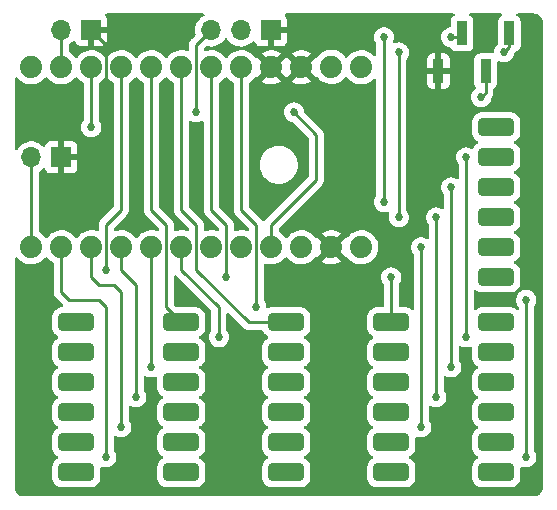
<source format=gbr>
%TF.GenerationSoftware,KiCad,Pcbnew,6.0.1-79c1e3a40b~116~ubuntu20.04.1*%
%TF.CreationDate,2022-02-08T10:59:44-05:00*%
%TF.ProjectId,gameKey-PCB-MainControl,67616d65-4b65-4792-9d50-43422d4d6169,rev?*%
%TF.SameCoordinates,Original*%
%TF.FileFunction,Copper,L1,Top*%
%TF.FilePolarity,Positive*%
%FSLAX46Y46*%
G04 Gerber Fmt 4.6, Leading zero omitted, Abs format (unit mm)*
G04 Created by KiCad (PCBNEW 6.0.1-79c1e3a40b~116~ubuntu20.04.1) date 2022-02-08 10:59:44*
%MOMM*%
%LPD*%
G01*
G04 APERTURE LIST*
G04 Aperture macros list*
%AMRoundRect*
0 Rectangle with rounded corners*
0 $1 Rounding radius*
0 $2 $3 $4 $5 $6 $7 $8 $9 X,Y pos of 4 corners*
0 Add a 4 corners polygon primitive as box body*
4,1,4,$2,$3,$4,$5,$6,$7,$8,$9,$2,$3,0*
0 Add four circle primitives for the rounded corners*
1,1,$1+$1,$2,$3*
1,1,$1+$1,$4,$5*
1,1,$1+$1,$6,$7*
1,1,$1+$1,$8,$9*
0 Add four rect primitives between the rounded corners*
20,1,$1+$1,$2,$3,$4,$5,0*
20,1,$1+$1,$4,$5,$6,$7,0*
20,1,$1+$1,$6,$7,$8,$9,0*
20,1,$1+$1,$8,$9,$2,$3,0*%
G04 Aperture macros list end*
%TA.AperFunction,SMDPad,CuDef*%
%ADD10RoundRect,0.381000X-1.143000X0.381000X-1.143000X-0.381000X1.143000X-0.381000X1.143000X0.381000X0*%
%TD*%
%TA.AperFunction,ComponentPad*%
%ADD11R,1.700000X1.700000*%
%TD*%
%TA.AperFunction,ComponentPad*%
%ADD12O,1.700000X1.700000*%
%TD*%
%TA.AperFunction,SMDPad,CuDef*%
%ADD13R,0.900000X2.000000*%
%TD*%
%TA.AperFunction,ComponentPad*%
%ADD14C,1.879600*%
%TD*%
%TA.AperFunction,ViaPad*%
%ADD15C,0.685800*%
%TD*%
%TA.AperFunction,Conductor*%
%ADD16C,0.254000*%
%TD*%
G04 APERTURE END LIST*
D10*
%TO.P,J9,1,Pin_1*%
%TO.N,/COL4*%
X8255000Y15240000D03*
%TO.P,J9,2,Pin_2*%
%TO.N,/B25*%
X8255000Y12700000D03*
%TO.P,J9,3,Pin_3*%
%TO.N,/B24*%
X8255000Y10160000D03*
%TO.P,J9,4,Pin_4*%
%TO.N,/B23*%
X8255000Y7620000D03*
%TO.P,J9,5,Pin_5*%
%TO.N,/B22*%
X8255000Y5080000D03*
%TO.P,J9,6,Pin_6*%
%TO.N,/B21*%
X8255000Y2540000D03*
%TD*%
%TO.P,J7,1,Pin_1*%
%TO.N,/COL2*%
X26035000Y15240000D03*
%TO.P,J7,2,Pin_2*%
%TO.N,/B10*%
X26035000Y12700000D03*
%TO.P,J7,3,Pin_3*%
%TO.N,/B9*%
X26035000Y10160000D03*
%TO.P,J7,4,Pin_4*%
%TO.N,/B8*%
X26035000Y7620000D03*
%TO.P,J7,5,Pin_5*%
%TO.N,/B7*%
X26035000Y5080000D03*
%TO.P,J7,6,Pin_6*%
%TO.N,/B6*%
X26035000Y2540000D03*
%TD*%
%TO.P,J5,1,Pin_1*%
%TO.N,/COL0*%
X43815000Y15240000D03*
%TO.P,J5,2,Pin_2*%
%TO.N,/B20*%
X43815000Y12700000D03*
%TO.P,J5,3,Pin_3*%
%TO.N,/B19*%
X43815000Y10160000D03*
%TO.P,J5,4,Pin_4*%
%TO.N,/B18*%
X43815000Y7620000D03*
%TO.P,J5,5,Pin_5*%
%TO.N,/B17*%
X43815000Y5080000D03*
%TO.P,J5,6,Pin_6*%
%TO.N,/B16*%
X43815000Y2540000D03*
%TD*%
%TO.P,J6,1,Pin_1*%
%TO.N,/COL1*%
X34925000Y15240000D03*
%TO.P,J6,2,Pin_2*%
%TO.N,/B15*%
X34925000Y12700000D03*
%TO.P,J6,3,Pin_3*%
%TO.N,/B14*%
X34925000Y10160000D03*
%TO.P,J6,4,Pin_4*%
%TO.N,/B13*%
X34925000Y7620000D03*
%TO.P,J6,5,Pin_5*%
%TO.N,/B12*%
X34925000Y5080000D03*
%TO.P,J6,6,Pin_6*%
%TO.N,/B11*%
X34925000Y2540000D03*
%TD*%
D11*
%TO.P,J4,1,Pin_1*%
%TO.N,GND*%
X9505000Y40005000D03*
D12*
%TO.P,J4,2,Pin_2*%
%TO.N,/MODE*%
X6965000Y40005000D03*
%TD*%
D11*
%TO.P,J1,1,Pin_1*%
%TO.N,GND*%
X6985000Y29210000D03*
D12*
%TO.P,J1,2,Pin_2*%
%TO.N,/EN*%
X4445000Y29210000D03*
%TD*%
D11*
%TO.P,J3,1,Pin_1*%
%TO.N,GND*%
X24750000Y39955000D03*
D12*
%TO.P,J3,2,Pin_2*%
%TO.N,/LED*%
X22210000Y39955000D03*
%TO.P,J3,3,Pin_3*%
%TO.N,VCC*%
X19670000Y39955000D03*
%TD*%
D13*
%TO.P,J2,1,Pin_1*%
%TO.N,GND*%
X38910000Y36500000D03*
%TO.P,J2,2,Pin_2*%
%TO.N,/JOYX*%
X40910000Y39700000D03*
%TO.P,J2,3,Pin_3*%
%TO.N,VCC*%
X42910000Y36500000D03*
%TO.P,J2,4,Pin_4*%
%TO.N,/JOYY*%
X44910000Y39700000D03*
%TD*%
D14*
%TO.P,B1,1,TX0*%
%TO.N,unconnected-(B1-Pad1)*%
X32385000Y36830000D03*
%TO.P,B1,2,RX0*%
%TO.N,unconnected-(B1-Pad2)*%
X29845000Y36870000D03*
%TO.P,B1,3,GND*%
%TO.N,GND*%
X27305000Y36830000D03*
%TO.P,B1,4,GND*%
X24765000Y36830000D03*
%TO.P,B1,5,2*%
%TO.N,/COL0*%
X22225000Y36830000D03*
%TO.P,B1,6,3*%
%TO.N,/COL1*%
X19685000Y36830000D03*
%TO.P,B1,7,4*%
%TO.N,/COL2*%
X17145000Y36830000D03*
%TO.P,B1,8,\u002A5*%
%TO.N,/COL3*%
X14605000Y36830000D03*
%TO.P,B1,9,\u002A6*%
%TO.N,/COL4*%
X12065000Y36830000D03*
%TO.P,B1,10,7*%
%TO.N,/COL5*%
X9525000Y36830000D03*
%TO.P,B1,11,8*%
%TO.N,/MODE*%
X6985000Y36830000D03*
%TO.P,B1,12,\u002A9*%
%TO.N,/LED*%
X4445000Y36830000D03*
%TO.P,B1,13,\u002A10*%
%TO.N,/EN*%
X4445000Y21590000D03*
%TO.P,B1,14,11(MOSI)*%
%TO.N,/ROW4*%
X6985000Y21590000D03*
%TO.P,B1,15,12(MISO)*%
%TO.N,/ROW3*%
X9525000Y21590000D03*
%TO.P,B1,16,13(SCK)*%
%TO.N,/ROW2*%
X12065000Y21590000D03*
%TO.P,B1,17,A0*%
%TO.N,/ROW1*%
X14605000Y21590000D03*
%TO.P,B1,18,A1*%
%TO.N,/ROW0*%
X17145000Y21590000D03*
%TO.P,B1,19,A2*%
%TO.N,/JOYX*%
X19685000Y21590000D03*
%TO.P,B1,20,A3*%
%TO.N,/JOYY*%
X22225000Y21590000D03*
%TO.P,B1,21,VCC*%
%TO.N,VCC*%
X24765000Y21590000D03*
%TO.P,B1,22,RESET*%
%TO.N,unconnected-(B1-Pad22)*%
X27305000Y21590000D03*
%TO.P,B1,23,GND*%
%TO.N,GND*%
X29845000Y21590000D03*
%TO.P,B1,24,RAW*%
%TO.N,unconnected-(B1-Pad24)*%
X32385000Y21590000D03*
%TD*%
D10*
%TO.P,J8,1,Pin_1*%
%TO.N,/COL3*%
X17145000Y15240000D03*
%TO.P,J8,2,Pin_2*%
%TO.N,/B1*%
X17145000Y12700000D03*
%TO.P,J8,3,Pin_3*%
%TO.N,/B2*%
X17145000Y10160000D03*
%TO.P,J8,4,Pin_4*%
%TO.N,/B3*%
X17145000Y7620000D03*
%TO.P,J8,5,Pin_5*%
%TO.N,/B4*%
X17145000Y5080000D03*
%TO.P,J8,6,Pin_6*%
%TO.N,/B5*%
X17145000Y2540000D03*
%TD*%
%TO.P,J10,1,Pin_1*%
%TO.N,/COL5*%
X43815000Y31750000D03*
%TO.P,J10,2,Pin_2*%
%TO.N,/B30*%
X43815000Y29210000D03*
%TO.P,J10,3,Pin_3*%
%TO.N,/B29*%
X43815000Y26670000D03*
%TO.P,J10,4,Pin_4*%
%TO.N,/B28*%
X43815000Y24130000D03*
%TO.P,J10,5,Pin_5*%
%TO.N,/B27*%
X43815000Y21590000D03*
%TO.P,J10,6,Pin_6*%
%TO.N,/B26*%
X43815000Y19050000D03*
%TD*%
D15*
%TO.N,GND*%
X20955000Y30480000D03*
X15875000Y34290000D03*
X10795000Y29845000D03*
X15875000Y29845000D03*
X20955000Y34290000D03*
X30480000Y34290000D03*
X10795000Y34290000D03*
X18415000Y29845000D03*
X13335000Y34290000D03*
X30480000Y29845000D03*
X13335000Y29845000D03*
%TO.N,VCC*%
X18415000Y33020000D03*
X26670000Y33020000D03*
X42545000Y34290000D03*
%TO.N,/JOYY*%
X35560000Y24130000D03*
X35560000Y38100000D03*
X44450000Y38100000D03*
%TO.N,/JOYX*%
X34290000Y39370000D03*
X40005000Y39370000D03*
X34290000Y25400000D03*
%TO.N,/ROW4*%
X46355000Y17145000D03*
X10795000Y3810000D03*
X46355000Y3810000D03*
%TO.N,/ROW1*%
X40005000Y26670000D03*
X40005000Y11430000D03*
X14605000Y11430000D03*
%TO.N,/ROW3*%
X12065000Y6350000D03*
X37465000Y21590000D03*
X37465000Y6350000D03*
%TO.N,/ROW2*%
X13335000Y8890000D03*
X38735000Y24130000D03*
X38735000Y8890000D03*
%TO.N,/B20*%
X43815000Y12700000D03*
%TO.N,/B19*%
X43815000Y10160000D03*
%TO.N,/B18*%
X43815000Y7620000D03*
%TO.N,/B17*%
X43815000Y5080000D03*
%TO.N,/B16*%
X43815000Y2540000D03*
%TO.N,/B15*%
X34925000Y12700000D03*
%TO.N,/B14*%
X34925000Y10160000D03*
%TO.N,/B13*%
X34925000Y7620000D03*
%TO.N,/B12*%
X34925000Y5080000D03*
%TO.N,/B11*%
X34925000Y2540000D03*
%TO.N,/B10*%
X26035000Y12700000D03*
%TO.N,/B9*%
X26035000Y10160000D03*
%TO.N,/B8*%
X26035000Y7620000D03*
%TO.N,/B7*%
X26035000Y5080000D03*
%TO.N,/B6*%
X26035000Y2540000D03*
%TO.N,/B1*%
X17145000Y12700000D03*
%TO.N,/B2*%
X17145000Y10160000D03*
X17145000Y10160000D03*
%TO.N,/B3*%
X17145000Y7620000D03*
X17145000Y7620000D03*
%TO.N,/B4*%
X17145000Y5080000D03*
X17145000Y5080000D03*
%TO.N,/B5*%
X17145000Y2540000D03*
X17145000Y2540000D03*
%TO.N,/B25*%
X8255000Y12700000D03*
%TO.N,/B24*%
X8255000Y10160000D03*
%TO.N,/B23*%
X8255000Y7620000D03*
%TO.N,/B22*%
X8255000Y5080000D03*
%TO.N,/B21*%
X8255000Y2540000D03*
%TO.N,/COL1*%
X34925000Y19050000D03*
X20955000Y19050000D03*
%TO.N,/COL4*%
X10795000Y19685000D03*
X8255000Y15240000D03*
%TO.N,/COL5*%
X9525000Y31750000D03*
X43815000Y31750000D03*
%TO.N,/COL0*%
X23495000Y16510000D03*
X43815000Y15240000D03*
%TO.N,/ROW0*%
X20320000Y13970000D03*
X41275000Y13970000D03*
X41275000Y29210000D03*
%TO.N,/B30*%
X43815000Y29210000D03*
%TO.N,/B29*%
X43815000Y26670000D03*
%TO.N,/B28*%
X43815000Y24130000D03*
%TO.N,/B27*%
X43815000Y21590000D03*
%TO.N,/B26*%
X43815000Y19050000D03*
%TD*%
D16*
%TO.N,GND*%
X10795000Y38715000D02*
X10795000Y34290000D01*
X9505000Y40005000D02*
X10795000Y38715000D01*
%TO.N,VCC*%
X28575000Y31115000D02*
X28575000Y27305000D01*
X18415000Y38700000D02*
X19670000Y39955000D01*
X24765000Y23495000D02*
X24765000Y21590000D01*
X28575000Y27305000D02*
X24765000Y23495000D01*
X42910000Y36500000D02*
X42910000Y34655000D01*
X26670000Y33020000D02*
X28575000Y31115000D01*
X18415000Y33020000D02*
X18415000Y38700000D01*
X42910000Y34655000D02*
X42545000Y34290000D01*
%TO.N,/JOYY*%
X44910000Y38560000D02*
X44450000Y38100000D01*
X44910000Y39700000D02*
X44910000Y38560000D01*
X35560000Y24130000D02*
X35560000Y38100000D01*
%TO.N,/JOYX*%
X40580000Y39370000D02*
X40910000Y39700000D01*
X40005000Y39370000D02*
X40580000Y39370000D01*
X34290000Y25400000D02*
X34290000Y39370000D01*
%TO.N,/MODE*%
X6985000Y36830000D02*
X6985000Y39985000D01*
X6985000Y39985000D02*
X6965000Y40005000D01*
%TO.N,/EN*%
X4445000Y29210000D02*
X4445000Y21590000D01*
%TO.N,/ROW4*%
X10160000Y17145000D02*
X7620000Y17145000D01*
X10795000Y16510000D02*
X10160000Y17145000D01*
X6985000Y17780000D02*
X6985000Y21590000D01*
X46355000Y3810000D02*
X46355000Y17145000D01*
X7620000Y17145000D02*
X6985000Y17780000D01*
X10795000Y3810000D02*
X10795000Y16510000D01*
%TO.N,/ROW1*%
X40005000Y11430000D02*
X40005000Y26670000D01*
X14605000Y11430000D02*
X14605000Y21590000D01*
%TO.N,/ROW3*%
X37465000Y6350000D02*
X37465000Y21590000D01*
X12065000Y17780000D02*
X11430000Y18415000D01*
X10160000Y18415000D02*
X9525000Y19050000D01*
X9525000Y19050000D02*
X9525000Y21590000D01*
X12065000Y6350000D02*
X12065000Y17780000D01*
X11430000Y18415000D02*
X10160000Y18415000D01*
%TO.N,/ROW2*%
X38735000Y8890000D02*
X38735000Y24130000D01*
X13335000Y18415000D02*
X12065000Y19685000D01*
X12065000Y19685000D02*
X12065000Y21590000D01*
X13335000Y8890000D02*
X13335000Y18415000D01*
%TO.N,/COL1*%
X20955000Y23495000D02*
X20955489Y23494511D01*
X20955489Y19050489D02*
X20955000Y19050000D01*
X20955489Y23494511D02*
X20955489Y19050489D01*
X19685000Y36830000D02*
X19685000Y24765000D01*
X34925000Y19050000D02*
X34925000Y15240000D01*
X19685000Y24765000D02*
X20955000Y23495000D01*
%TO.N,/COL3*%
X14605000Y36830000D02*
X14605000Y24765000D01*
X14605000Y24765000D02*
X15875489Y23495000D01*
X15875489Y16509511D02*
X17145000Y15240000D01*
X15875489Y23495000D02*
X15875489Y16509511D01*
%TO.N,/COL2*%
X18415000Y19685000D02*
X22860000Y15240000D01*
X18415000Y23495000D02*
X18415000Y19685000D01*
X17145000Y36830000D02*
X17145000Y24765000D01*
X22860000Y15240000D02*
X26035000Y15240000D01*
X17145000Y24765000D02*
X18415000Y23495000D01*
%TO.N,/COL4*%
X12065000Y24765000D02*
X10795000Y23495000D01*
X10795000Y23495000D02*
X10795000Y19685000D01*
X12065000Y36830000D02*
X12065000Y24765000D01*
%TO.N,/COL5*%
X9525000Y36830000D02*
X9525000Y31750000D01*
%TO.N,/COL0*%
X22225000Y36830000D02*
X22225000Y24765000D01*
X23495489Y23494511D02*
X23495489Y16510489D01*
X22225000Y24765000D02*
X23495489Y23494511D01*
X23495489Y16510489D02*
X23495000Y16510000D01*
%TO.N,/ROW0*%
X41275000Y13970000D02*
X41275000Y29210000D01*
X20320000Y16510000D02*
X20320000Y13970000D01*
X17145000Y19685000D02*
X20320000Y16510000D01*
X17145000Y21590000D02*
X17145000Y19685000D01*
%TD*%
%TA.AperFunction,Conductor*%
%TO.N,GND*%
G36*
X40256933Y41381998D02*
G01*
X40303426Y41328342D01*
X40313530Y41258068D01*
X40284036Y41193488D01*
X40233041Y41158018D01*
X40213295Y41150615D01*
X40096739Y41063261D01*
X40009385Y40946705D01*
X39958255Y40810316D01*
X39951500Y40748134D01*
X39951500Y40331082D01*
X39931498Y40262961D01*
X39877842Y40216468D01*
X39851697Y40207835D01*
X39822699Y40201672D01*
X39746912Y40185563D01*
X39746909Y40185562D01*
X39740454Y40184190D01*
X39734424Y40181505D01*
X39734423Y40181505D01*
X39582985Y40114081D01*
X39582983Y40114080D01*
X39576955Y40111396D01*
X39432164Y40006199D01*
X39312409Y39873197D01*
X39222923Y39718203D01*
X39167618Y39547991D01*
X39148910Y39370000D01*
X39149600Y39363435D01*
X39161316Y39251972D01*
X39167618Y39192009D01*
X39169658Y39185731D01*
X39169658Y39185730D01*
X39189748Y39123900D01*
X39222923Y39021797D01*
X39312409Y38866803D01*
X39316824Y38861900D01*
X39316828Y38861895D01*
X39426510Y38740080D01*
X39432164Y38733801D01*
X39437506Y38729920D01*
X39437508Y38729918D01*
X39554473Y38644938D01*
X39576955Y38628604D01*
X39582983Y38625920D01*
X39582985Y38625919D01*
X39734423Y38558495D01*
X39740454Y38555810D01*
X39914618Y38518790D01*
X39914619Y38518790D01*
X39915514Y38518600D01*
X39915479Y38518436D01*
X39978325Y38492579D01*
X40007860Y38457364D01*
X40009385Y38453295D01*
X40014769Y38446112D01*
X40014769Y38446111D01*
X40021771Y38436768D01*
X40096739Y38336739D01*
X40213295Y38249385D01*
X40349684Y38198255D01*
X40411866Y38191500D01*
X41408134Y38191500D01*
X41470316Y38198255D01*
X41606705Y38249385D01*
X41723261Y38336739D01*
X41810615Y38453295D01*
X41861745Y38589684D01*
X41868500Y38651866D01*
X41868500Y40748134D01*
X41861745Y40810316D01*
X41810615Y40946705D01*
X41723261Y41063261D01*
X41606705Y41150615D01*
X41586958Y41158018D01*
X41530193Y41200660D01*
X41505494Y41267222D01*
X41520702Y41336571D01*
X41570988Y41386689D01*
X41631188Y41402000D01*
X44188812Y41402000D01*
X44256933Y41381998D01*
X44303426Y41328342D01*
X44313530Y41258068D01*
X44284036Y41193488D01*
X44233041Y41158018D01*
X44213295Y41150615D01*
X44096739Y41063261D01*
X44009385Y40946705D01*
X43958255Y40810316D01*
X43951500Y40748134D01*
X43951500Y38854407D01*
X43931498Y38786286D01*
X43899562Y38752472D01*
X43877164Y38736199D01*
X43872743Y38731289D01*
X43872742Y38731288D01*
X43794993Y38644938D01*
X43757409Y38603197D01*
X43731600Y38558495D01*
X43693544Y38492579D01*
X43667923Y38448203D01*
X43665881Y38441918D01*
X43619261Y38298435D01*
X43612618Y38277991D01*
X43611928Y38271428D01*
X43611928Y38271427D01*
X43595521Y38115327D01*
X43568508Y38049670D01*
X43510286Y38009041D01*
X43456604Y38003235D01*
X43411533Y38008131D01*
X43411529Y38008131D01*
X43408134Y38008500D01*
X42411866Y38008500D01*
X42349684Y38001745D01*
X42213295Y37950615D01*
X42096739Y37863261D01*
X42009385Y37746705D01*
X41958255Y37610316D01*
X41951500Y37548134D01*
X41951500Y35451866D01*
X41958255Y35389684D01*
X42009385Y35253295D01*
X42014771Y35246109D01*
X42078288Y35161358D01*
X42103136Y35094852D01*
X42088083Y35025469D01*
X42051523Y34983857D01*
X41972164Y34926199D01*
X41852409Y34793197D01*
X41849108Y34787479D01*
X41786510Y34679056D01*
X41762923Y34638203D01*
X41760881Y34631918D01*
X41712858Y34484117D01*
X41707618Y34467991D01*
X41706928Y34461428D01*
X41706928Y34461427D01*
X41703297Y34426878D01*
X41688910Y34290000D01*
X41707618Y34112009D01*
X41762923Y33941797D01*
X41852409Y33786803D01*
X41856827Y33781896D01*
X41856828Y33781895D01*
X41967742Y33658712D01*
X41972164Y33653801D01*
X42116955Y33548604D01*
X42122983Y33545920D01*
X42122985Y33545919D01*
X42174020Y33523197D01*
X42280454Y33475810D01*
X42367984Y33457205D01*
X42449057Y33439972D01*
X42449061Y33439972D01*
X42455514Y33438600D01*
X42634486Y33438600D01*
X42640939Y33439972D01*
X42640943Y33439972D01*
X42722016Y33457205D01*
X42809546Y33475810D01*
X42915980Y33523197D01*
X42967015Y33545919D01*
X42967017Y33545920D01*
X42973045Y33548604D01*
X43117836Y33653801D01*
X43122258Y33658712D01*
X43233172Y33781895D01*
X43233173Y33781896D01*
X43237591Y33786803D01*
X43327077Y33941797D01*
X43382382Y34112009D01*
X43391877Y34202345D01*
X43418178Y34266270D01*
X43418132Y34266304D01*
X43418271Y34266496D01*
X43418891Y34268002D01*
X43421803Y34271357D01*
X43422789Y34272713D01*
X43428217Y34278494D01*
X43438023Y34296331D01*
X43448873Y34312847D01*
X43461350Y34328933D01*
X43478976Y34369666D01*
X43484193Y34380314D01*
X43501749Y34412249D01*
X43505569Y34419197D01*
X43507540Y34426872D01*
X43507542Y34426878D01*
X43510631Y34438911D01*
X43517034Y34457613D01*
X43525117Y34476292D01*
X43532060Y34520127D01*
X43534467Y34531749D01*
X43545500Y34574718D01*
X43545500Y34595065D01*
X43547051Y34614776D01*
X43548995Y34627050D01*
X43550235Y34634879D01*
X43546059Y34679056D01*
X43545500Y34690914D01*
X43545500Y34942662D01*
X43565502Y35010783D01*
X43606792Y35049269D01*
X43606705Y35049385D01*
X43607780Y35050190D01*
X43607784Y35050193D01*
X43723261Y35136739D01*
X43810615Y35253295D01*
X43861745Y35389684D01*
X43868500Y35451866D01*
X43868500Y37232903D01*
X43888502Y37301024D01*
X43942158Y37347517D01*
X44012432Y37357621D01*
X44045748Y37348010D01*
X44179419Y37288496D01*
X44179427Y37288493D01*
X44185454Y37285810D01*
X44272984Y37267205D01*
X44354057Y37249972D01*
X44354061Y37249972D01*
X44360514Y37248600D01*
X44539486Y37248600D01*
X44545939Y37249972D01*
X44545943Y37249972D01*
X44627016Y37267205D01*
X44714546Y37285810D01*
X44720579Y37288496D01*
X44872015Y37355919D01*
X44872017Y37355920D01*
X44878045Y37358604D01*
X45022836Y37463801D01*
X45031500Y37473423D01*
X45138172Y37591895D01*
X45138176Y37591900D01*
X45142591Y37596803D01*
X45218577Y37728414D01*
X45228773Y37746074D01*
X45228774Y37746075D01*
X45232077Y37751797D01*
X45277908Y37892850D01*
X45285342Y37915730D01*
X45285342Y37915731D01*
X45287382Y37922009D01*
X45296147Y38005403D01*
X45323160Y38071059D01*
X45329607Y38078485D01*
X45365100Y38116281D01*
X45367855Y38119123D01*
X45387638Y38138906D01*
X45390129Y38142117D01*
X45397842Y38151148D01*
X45409294Y38163342D01*
X45469377Y38198153D01*
X45470316Y38198255D01*
X45497677Y38208512D01*
X45591540Y38243700D01*
X45606705Y38249385D01*
X45723261Y38336739D01*
X45810615Y38453295D01*
X45861745Y38589684D01*
X45868500Y38651866D01*
X45868500Y40748134D01*
X45861745Y40810316D01*
X45810615Y40946705D01*
X45723261Y41063261D01*
X45606705Y41150615D01*
X45586958Y41158018D01*
X45530193Y41200660D01*
X45505494Y41267222D01*
X45520702Y41336571D01*
X45570988Y41386689D01*
X45631188Y41402000D01*
X46940672Y41402000D01*
X46960057Y41400500D01*
X46974858Y41398195D01*
X46974861Y41398195D01*
X46983730Y41396814D01*
X46994728Y41398252D01*
X47023411Y41398709D01*
X47126307Y41388575D01*
X47150531Y41383756D01*
X47269733Y41347596D01*
X47292553Y41338144D01*
X47402400Y41279430D01*
X47422938Y41265707D01*
X47519223Y41186688D01*
X47536688Y41169223D01*
X47615707Y41072938D01*
X47629430Y41052400D01*
X47688144Y40942553D01*
X47697596Y40919733D01*
X47733756Y40800531D01*
X47738575Y40776307D01*
X47741350Y40748134D01*
X47748044Y40680166D01*
X47747592Y40664124D01*
X47748305Y40664115D01*
X47748195Y40655142D01*
X47746814Y40646270D01*
X47747978Y40637368D01*
X47747978Y40637365D01*
X47750936Y40614749D01*
X47752000Y40598411D01*
X47752000Y1319328D01*
X47750500Y1299944D01*
X47746814Y1276270D01*
X47748252Y1265272D01*
X47748709Y1236588D01*
X47738575Y1133695D01*
X47733756Y1109469D01*
X47697596Y990267D01*
X47688144Y967447D01*
X47629430Y857600D01*
X47615707Y837062D01*
X47536688Y740777D01*
X47519223Y723312D01*
X47422938Y644293D01*
X47402400Y630570D01*
X47292553Y571856D01*
X47269733Y562404D01*
X47150531Y526244D01*
X47126307Y521425D01*
X47030163Y511956D01*
X47014124Y512408D01*
X47014115Y511695D01*
X47005142Y511805D01*
X46996270Y513186D01*
X46987368Y512022D01*
X46987365Y512022D01*
X46964749Y509064D01*
X46948411Y508000D01*
X3859328Y508000D01*
X3839943Y509500D01*
X3825142Y511805D01*
X3825139Y511805D01*
X3816270Y513186D01*
X3805272Y511748D01*
X3776589Y511291D01*
X3673693Y521425D01*
X3649469Y526244D01*
X3530267Y562404D01*
X3507447Y571856D01*
X3397600Y630570D01*
X3377062Y644293D01*
X3280777Y723312D01*
X3263312Y740777D01*
X3184293Y837062D01*
X3170570Y857600D01*
X3111856Y967447D01*
X3102404Y990267D01*
X3066244Y1109469D01*
X3061425Y1133695D01*
X3051956Y1229834D01*
X3052408Y1245876D01*
X3051695Y1245885D01*
X3051805Y1254858D01*
X3053186Y1263730D01*
X3051692Y1275159D01*
X3049064Y1295251D01*
X3048000Y1311589D01*
X3048000Y20653345D01*
X3068002Y20721466D01*
X3121658Y20767959D01*
X3191932Y20778063D01*
X3256512Y20748569D01*
X3272152Y20731589D01*
X3272274Y20731694D01*
X3428204Y20551683D01*
X3611442Y20399556D01*
X3615894Y20396954D01*
X3615899Y20396951D01*
X3810988Y20282950D01*
X3817065Y20279399D01*
X4039552Y20194440D01*
X4044618Y20193409D01*
X4044619Y20193409D01*
X4090345Y20184106D01*
X4272928Y20146959D01*
X4407121Y20142038D01*
X4505760Y20138421D01*
X4505764Y20138421D01*
X4510924Y20138232D01*
X4516044Y20138888D01*
X4516046Y20138888D01*
X4742023Y20167836D01*
X4742024Y20167836D01*
X4747151Y20168493D01*
X4775336Y20176949D01*
X4970316Y20235446D01*
X4970317Y20235447D01*
X4975262Y20236930D01*
X5189133Y20341705D01*
X5193336Y20344703D01*
X5193341Y20344706D01*
X5378816Y20477004D01*
X5378818Y20477006D01*
X5383020Y20480003D01*
X5551716Y20648111D01*
X5609979Y20729193D01*
X5665972Y20772840D01*
X5736676Y20779286D01*
X5799640Y20746484D01*
X5811582Y20732824D01*
X5812274Y20731694D01*
X5968204Y20551683D01*
X6151442Y20399556D01*
X6155899Y20396952D01*
X6155904Y20396948D01*
X6287070Y20320301D01*
X6335794Y20268662D01*
X6349500Y20211513D01*
X6349500Y17859020D01*
X6348970Y17847786D01*
X6347292Y17840281D01*
X6348809Y17792012D01*
X6349438Y17771988D01*
X6349500Y17768031D01*
X6349500Y17740017D01*
X6349996Y17736092D01*
X6349996Y17736091D01*
X6350008Y17735996D01*
X6350941Y17724151D01*
X6352335Y17679795D01*
X6354547Y17672183D01*
X6358013Y17660252D01*
X6362023Y17640888D01*
X6364573Y17620701D01*
X6367489Y17613337D01*
X6367490Y17613332D01*
X6380907Y17579444D01*
X6384752Y17568215D01*
X6397131Y17525607D01*
X6401169Y17518780D01*
X6401170Y17518777D01*
X6407488Y17508094D01*
X6416188Y17490336D01*
X6420761Y17478785D01*
X6420765Y17478779D01*
X6423681Y17471412D01*
X6428339Y17465001D01*
X6428340Y17464999D01*
X6449764Y17435512D01*
X6456281Y17425590D01*
X6474826Y17394232D01*
X6474829Y17394228D01*
X6478866Y17387402D01*
X6493250Y17373018D01*
X6506091Y17357984D01*
X6518058Y17341513D01*
X6548382Y17316427D01*
X6552250Y17313227D01*
X6561031Y17305237D01*
X7114755Y16751512D01*
X7122325Y16743193D01*
X7126447Y16736697D01*
X7132226Y16731270D01*
X7132227Y16731269D01*
X7135363Y16728324D01*
X7137078Y16725405D01*
X7137279Y16725162D01*
X7137240Y16725130D01*
X7171328Y16667110D01*
X7168489Y16596171D01*
X7127748Y16538027D01*
X7062039Y16511140D01*
X7054048Y16510572D01*
X7052211Y16510500D01*
X7049742Y16510500D01*
X7047293Y16510307D01*
X7047287Y16510307D01*
X6985256Y16505425D01*
X6972085Y16504388D01*
X6966512Y16502895D01*
X6966508Y16502894D01*
X6797850Y16457702D01*
X6791476Y16455994D01*
X6624875Y16371107D01*
X6619746Y16366954D01*
X6619745Y16366953D01*
X6535180Y16298473D01*
X6479564Y16253436D01*
X6475413Y16248310D01*
X6474164Y16246767D01*
X6361893Y16108125D01*
X6277006Y15941524D01*
X6228612Y15760915D01*
X6222500Y15683258D01*
X6222500Y14796742D01*
X6222693Y14794294D01*
X6222693Y14794286D01*
X6226009Y14752162D01*
X6228612Y14719085D01*
X6230105Y14713512D01*
X6230106Y14713508D01*
X6264548Y14584969D01*
X6277006Y14538476D01*
X6361893Y14371875D01*
X6479564Y14226564D01*
X6484690Y14222413D01*
X6592594Y14135034D01*
X6624875Y14108893D01*
X6630752Y14105898D01*
X6630759Y14105894D01*
X6677131Y14082267D01*
X6728747Y14033519D01*
X6745813Y13964604D01*
X6722913Y13897403D01*
X6677131Y13857733D01*
X6630759Y13834106D01*
X6630752Y13834102D01*
X6624875Y13831107D01*
X6619746Y13826954D01*
X6619745Y13826953D01*
X6535180Y13758473D01*
X6479564Y13713436D01*
X6361893Y13568125D01*
X6277006Y13401524D01*
X6275298Y13395151D01*
X6275298Y13395150D01*
X6232457Y13235264D01*
X6228612Y13220915D01*
X6222500Y13143258D01*
X6222500Y12256742D01*
X6228612Y12179085D01*
X6277006Y11998476D01*
X6361893Y11831875D01*
X6479564Y11686564D01*
X6484690Y11682413D01*
X6537413Y11639719D01*
X6624875Y11568893D01*
X6630752Y11565898D01*
X6630759Y11565894D01*
X6677131Y11542267D01*
X6728747Y11493519D01*
X6745813Y11424604D01*
X6722913Y11357403D01*
X6677131Y11317733D01*
X6630759Y11294106D01*
X6630752Y11294102D01*
X6624875Y11291107D01*
X6619746Y11286954D01*
X6619745Y11286953D01*
X6584699Y11258573D01*
X6479564Y11173436D01*
X6361893Y11028125D01*
X6277006Y10861524D01*
X6275298Y10855151D01*
X6275298Y10855150D01*
X6232457Y10695264D01*
X6228612Y10680915D01*
X6222500Y10603258D01*
X6222500Y9716742D01*
X6228612Y9639085D01*
X6277006Y9458476D01*
X6361893Y9291875D01*
X6479564Y9146564D01*
X6484690Y9142413D01*
X6537413Y9099719D01*
X6624875Y9028893D01*
X6630752Y9025898D01*
X6630759Y9025894D01*
X6677131Y9002267D01*
X6728747Y8953519D01*
X6745813Y8884604D01*
X6722913Y8817403D01*
X6677131Y8777733D01*
X6630759Y8754106D01*
X6630752Y8754102D01*
X6624875Y8751107D01*
X6619746Y8746954D01*
X6619745Y8746953D01*
X6584699Y8718573D01*
X6479564Y8633436D01*
X6361893Y8488125D01*
X6277006Y8321524D01*
X6275298Y8315151D01*
X6275298Y8315150D01*
X6232457Y8155264D01*
X6228612Y8140915D01*
X6222500Y8063258D01*
X6222500Y7176742D01*
X6228612Y7099085D01*
X6277006Y6918476D01*
X6361893Y6751875D01*
X6479564Y6606564D01*
X6484690Y6602413D01*
X6537413Y6559719D01*
X6624875Y6488893D01*
X6630752Y6485898D01*
X6630759Y6485894D01*
X6677131Y6462267D01*
X6728747Y6413519D01*
X6745813Y6344604D01*
X6722913Y6277403D01*
X6677131Y6237733D01*
X6630759Y6214106D01*
X6630752Y6214102D01*
X6624875Y6211107D01*
X6619746Y6206954D01*
X6619745Y6206953D01*
X6584699Y6178573D01*
X6479564Y6093436D01*
X6361893Y5948125D01*
X6277006Y5781524D01*
X6275298Y5775151D01*
X6275298Y5775150D01*
X6232457Y5615264D01*
X6228612Y5600915D01*
X6228159Y5595159D01*
X6225752Y5564571D01*
X6222500Y5523258D01*
X6222500Y4636742D01*
X6228612Y4559085D01*
X6277006Y4378476D01*
X6361893Y4211875D01*
X6479564Y4066564D01*
X6624875Y3948893D01*
X6630752Y3945898D01*
X6630759Y3945894D01*
X6677131Y3922267D01*
X6728747Y3873519D01*
X6745813Y3804604D01*
X6722913Y3737403D01*
X6677131Y3697733D01*
X6630759Y3674106D01*
X6630752Y3674102D01*
X6624875Y3671107D01*
X6479564Y3553436D01*
X6361893Y3408125D01*
X6277006Y3241524D01*
X6275298Y3235151D01*
X6275298Y3235150D01*
X6260176Y3178712D01*
X6228612Y3060915D01*
X6228159Y3055159D01*
X6225752Y3024571D01*
X6222500Y2983258D01*
X6222500Y2096742D01*
X6228612Y2019085D01*
X6277006Y1838476D01*
X6361893Y1671875D01*
X6479564Y1526564D01*
X6624875Y1408893D01*
X6791476Y1324006D01*
X6797849Y1322298D01*
X6797850Y1322298D01*
X6966508Y1277106D01*
X6966512Y1277105D01*
X6972085Y1275612D01*
X6977841Y1275159D01*
X7047286Y1269693D01*
X7047294Y1269693D01*
X7049742Y1269500D01*
X9460258Y1269500D01*
X9462706Y1269693D01*
X9462714Y1269693D01*
X9532159Y1275159D01*
X9537915Y1275612D01*
X9543488Y1277105D01*
X9543492Y1277106D01*
X9712150Y1322298D01*
X9712151Y1322298D01*
X9718524Y1324006D01*
X9885125Y1408893D01*
X10030436Y1526564D01*
X10148107Y1671875D01*
X10232994Y1838476D01*
X10281388Y2019085D01*
X10287500Y2096742D01*
X10287500Y2909957D01*
X10307502Y2978078D01*
X10361158Y3024571D01*
X10431432Y3034675D01*
X10464746Y3025065D01*
X10530454Y2995810D01*
X10601123Y2980789D01*
X10699057Y2959972D01*
X10699061Y2959972D01*
X10705514Y2958600D01*
X10884486Y2958600D01*
X10890939Y2959972D01*
X10890943Y2959972D01*
X10988877Y2980789D01*
X11059546Y2995810D01*
X11192847Y3055159D01*
X11217015Y3065919D01*
X11217017Y3065920D01*
X11223045Y3068604D01*
X11367836Y3173801D01*
X11487591Y3306803D01*
X11577077Y3461797D01*
X11632382Y3632009D01*
X11636492Y3671107D01*
X11650400Y3803435D01*
X11651090Y3810000D01*
X11636807Y3945894D01*
X11633072Y3981427D01*
X11633072Y3981428D01*
X11632382Y3987991D01*
X11577077Y4158203D01*
X11487591Y4313197D01*
X11462863Y4340660D01*
X11432147Y4404666D01*
X11430500Y4424969D01*
X11430500Y5511314D01*
X11450502Y5579435D01*
X11504158Y5625928D01*
X11574432Y5636032D01*
X11625595Y5615264D01*
X11625896Y5615786D01*
X11629654Y5613616D01*
X11630566Y5613246D01*
X11636955Y5608604D01*
X11642983Y5605920D01*
X11642985Y5605919D01*
X11667153Y5595159D01*
X11800454Y5535810D01*
X11871123Y5520789D01*
X11969057Y5499972D01*
X11969061Y5499972D01*
X11975514Y5498600D01*
X12154486Y5498600D01*
X12160939Y5499972D01*
X12160943Y5499972D01*
X12258877Y5520789D01*
X12329546Y5535810D01*
X12462847Y5595159D01*
X12487015Y5605919D01*
X12487017Y5605920D01*
X12493045Y5608604D01*
X12499434Y5613246D01*
X12632492Y5709918D01*
X12632494Y5709920D01*
X12637836Y5713801D01*
X12757591Y5846803D01*
X12847077Y6001797D01*
X12902382Y6172009D01*
X12906492Y6211107D01*
X12920400Y6343435D01*
X12921090Y6350000D01*
X12906807Y6485894D01*
X12903072Y6521427D01*
X12903072Y6521428D01*
X12902382Y6527991D01*
X12847077Y6698203D01*
X12757591Y6853197D01*
X12732863Y6880660D01*
X12702147Y6944666D01*
X12700500Y6964969D01*
X12700500Y8051314D01*
X12720502Y8119435D01*
X12774158Y8165928D01*
X12844432Y8176032D01*
X12895595Y8155264D01*
X12895896Y8155786D01*
X12899654Y8153616D01*
X12900566Y8153246D01*
X12906955Y8148604D01*
X12912983Y8145920D01*
X12912985Y8145919D01*
X12937153Y8135159D01*
X13070454Y8075810D01*
X13141123Y8060789D01*
X13239057Y8039972D01*
X13239061Y8039972D01*
X13245514Y8038600D01*
X13424486Y8038600D01*
X13430939Y8039972D01*
X13430943Y8039972D01*
X13528877Y8060789D01*
X13599546Y8075810D01*
X13732847Y8135159D01*
X13757015Y8145919D01*
X13757017Y8145920D01*
X13763045Y8148604D01*
X13769434Y8153246D01*
X13902492Y8249918D01*
X13902494Y8249920D01*
X13907836Y8253801D01*
X14027591Y8386803D01*
X14117077Y8541797D01*
X14172382Y8712009D01*
X14176492Y8751107D01*
X14190400Y8883435D01*
X14191090Y8890000D01*
X14176807Y9025894D01*
X14173072Y9061427D01*
X14173072Y9061428D01*
X14172382Y9067991D01*
X14117077Y9238203D01*
X14027591Y9393197D01*
X14002863Y9420660D01*
X13972147Y9484666D01*
X13970500Y9504969D01*
X13970500Y10591314D01*
X13990502Y10659435D01*
X14044158Y10705928D01*
X14114432Y10716032D01*
X14165595Y10695264D01*
X14165896Y10695786D01*
X14169654Y10693616D01*
X14170566Y10693246D01*
X14176955Y10688604D01*
X14182983Y10685920D01*
X14182985Y10685919D01*
X14274748Y10645064D01*
X14340454Y10615810D01*
X14411123Y10600789D01*
X14509057Y10579972D01*
X14509061Y10579972D01*
X14515514Y10578600D01*
X14694486Y10578600D01*
X14700939Y10579972D01*
X14700943Y10579972D01*
X14798877Y10600789D01*
X14869546Y10615810D01*
X14935252Y10645064D01*
X15005618Y10654498D01*
X15069915Y10624392D01*
X15107728Y10564303D01*
X15112500Y10529957D01*
X15112500Y9716742D01*
X15118612Y9639085D01*
X15167006Y9458476D01*
X15251893Y9291875D01*
X15369564Y9146564D01*
X15374690Y9142413D01*
X15427413Y9099719D01*
X15514875Y9028893D01*
X15520752Y9025898D01*
X15520759Y9025894D01*
X15567131Y9002267D01*
X15618747Y8953519D01*
X15635813Y8884604D01*
X15612913Y8817403D01*
X15567131Y8777733D01*
X15520759Y8754106D01*
X15520752Y8754102D01*
X15514875Y8751107D01*
X15509746Y8746954D01*
X15509745Y8746953D01*
X15474699Y8718573D01*
X15369564Y8633436D01*
X15251893Y8488125D01*
X15167006Y8321524D01*
X15165298Y8315151D01*
X15165298Y8315150D01*
X15122457Y8155264D01*
X15118612Y8140915D01*
X15112500Y8063258D01*
X15112500Y7176742D01*
X15118612Y7099085D01*
X15167006Y6918476D01*
X15251893Y6751875D01*
X15369564Y6606564D01*
X15374690Y6602413D01*
X15427413Y6559719D01*
X15514875Y6488893D01*
X15520752Y6485898D01*
X15520759Y6485894D01*
X15567131Y6462267D01*
X15618747Y6413519D01*
X15635813Y6344604D01*
X15612913Y6277403D01*
X15567131Y6237733D01*
X15520759Y6214106D01*
X15520752Y6214102D01*
X15514875Y6211107D01*
X15509746Y6206954D01*
X15509745Y6206953D01*
X15474699Y6178573D01*
X15369564Y6093436D01*
X15251893Y5948125D01*
X15167006Y5781524D01*
X15165298Y5775151D01*
X15165298Y5775150D01*
X15122457Y5615264D01*
X15118612Y5600915D01*
X15118159Y5595159D01*
X15115752Y5564571D01*
X15112500Y5523258D01*
X15112500Y4636742D01*
X15118612Y4559085D01*
X15167006Y4378476D01*
X15251893Y4211875D01*
X15369564Y4066564D01*
X15514875Y3948893D01*
X15520752Y3945898D01*
X15520759Y3945894D01*
X15567131Y3922267D01*
X15618747Y3873519D01*
X15635813Y3804604D01*
X15612913Y3737403D01*
X15567131Y3697733D01*
X15520759Y3674106D01*
X15520752Y3674102D01*
X15514875Y3671107D01*
X15369564Y3553436D01*
X15251893Y3408125D01*
X15167006Y3241524D01*
X15165298Y3235151D01*
X15165298Y3235150D01*
X15150176Y3178712D01*
X15118612Y3060915D01*
X15118159Y3055159D01*
X15115752Y3024571D01*
X15112500Y2983258D01*
X15112500Y2096742D01*
X15118612Y2019085D01*
X15167006Y1838476D01*
X15251893Y1671875D01*
X15369564Y1526564D01*
X15514875Y1408893D01*
X15681476Y1324006D01*
X15687849Y1322298D01*
X15687850Y1322298D01*
X15856508Y1277106D01*
X15856512Y1277105D01*
X15862085Y1275612D01*
X15867841Y1275159D01*
X15937286Y1269693D01*
X15937294Y1269693D01*
X15939742Y1269500D01*
X18350258Y1269500D01*
X18352706Y1269693D01*
X18352714Y1269693D01*
X18422159Y1275159D01*
X18427915Y1275612D01*
X18433488Y1277105D01*
X18433492Y1277106D01*
X18602150Y1322298D01*
X18602151Y1322298D01*
X18608524Y1324006D01*
X18775125Y1408893D01*
X18920436Y1526564D01*
X19038107Y1671875D01*
X19122994Y1838476D01*
X19171388Y2019085D01*
X19177500Y2096742D01*
X19177500Y2983258D01*
X19174249Y3024571D01*
X19171841Y3055159D01*
X19171388Y3060915D01*
X19139825Y3178712D01*
X19124702Y3235150D01*
X19124702Y3235151D01*
X19122994Y3241524D01*
X19038107Y3408125D01*
X18920436Y3553436D01*
X18775125Y3671107D01*
X18769248Y3674102D01*
X18769241Y3674106D01*
X18722869Y3697733D01*
X18671253Y3746481D01*
X18654187Y3815396D01*
X18677087Y3882597D01*
X18722869Y3922267D01*
X18769241Y3945894D01*
X18769248Y3945898D01*
X18775125Y3948893D01*
X18920436Y4066564D01*
X19038107Y4211875D01*
X19122994Y4378476D01*
X19171388Y4559085D01*
X19177500Y4636742D01*
X19177500Y5523258D01*
X19174249Y5564571D01*
X19171841Y5595159D01*
X19171388Y5600915D01*
X19167544Y5615264D01*
X19124702Y5775150D01*
X19124702Y5775151D01*
X19122994Y5781524D01*
X19038107Y5948125D01*
X18920436Y6093436D01*
X18815301Y6178573D01*
X18780255Y6206953D01*
X18780254Y6206954D01*
X18775125Y6211107D01*
X18769248Y6214102D01*
X18769241Y6214106D01*
X18722869Y6237733D01*
X18671253Y6286481D01*
X18654187Y6355396D01*
X18677087Y6422597D01*
X18722869Y6462267D01*
X18769241Y6485894D01*
X18769248Y6485898D01*
X18775125Y6488893D01*
X18862588Y6559719D01*
X18915310Y6602413D01*
X18920436Y6606564D01*
X19038107Y6751875D01*
X19122994Y6918476D01*
X19171388Y7099085D01*
X19177500Y7176742D01*
X19177500Y8063258D01*
X19171388Y8140915D01*
X19167544Y8155264D01*
X19124702Y8315150D01*
X19124702Y8315151D01*
X19122994Y8321524D01*
X19038107Y8488125D01*
X18920436Y8633436D01*
X18815301Y8718573D01*
X18780255Y8746953D01*
X18780254Y8746954D01*
X18775125Y8751107D01*
X18769248Y8754102D01*
X18769241Y8754106D01*
X18722869Y8777733D01*
X18671253Y8826481D01*
X18654187Y8895396D01*
X18677087Y8962597D01*
X18722869Y9002267D01*
X18769241Y9025894D01*
X18769248Y9025898D01*
X18775125Y9028893D01*
X18862588Y9099719D01*
X18915310Y9142413D01*
X18920436Y9146564D01*
X19038107Y9291875D01*
X19122994Y9458476D01*
X19171388Y9639085D01*
X19177500Y9716742D01*
X19177500Y10603258D01*
X19171388Y10680915D01*
X19167544Y10695264D01*
X19124702Y10855150D01*
X19124702Y10855151D01*
X19122994Y10861524D01*
X19038107Y11028125D01*
X18920436Y11173436D01*
X18815301Y11258573D01*
X18780255Y11286953D01*
X18780254Y11286954D01*
X18775125Y11291107D01*
X18769248Y11294102D01*
X18769241Y11294106D01*
X18722869Y11317733D01*
X18671253Y11366481D01*
X18654187Y11435396D01*
X18677087Y11502597D01*
X18722869Y11542267D01*
X18769241Y11565894D01*
X18769248Y11565898D01*
X18775125Y11568893D01*
X18862588Y11639719D01*
X18915310Y11682413D01*
X18920436Y11686564D01*
X19038107Y11831875D01*
X19122994Y11998476D01*
X19171388Y12179085D01*
X19177500Y12256742D01*
X19177500Y13143258D01*
X19171388Y13220915D01*
X19167544Y13235264D01*
X19124702Y13395150D01*
X19124702Y13395151D01*
X19122994Y13401524D01*
X19038107Y13568125D01*
X18920436Y13713436D01*
X18864820Y13758473D01*
X18780255Y13826953D01*
X18780254Y13826954D01*
X18775125Y13831107D01*
X18769248Y13834102D01*
X18769241Y13834106D01*
X18722869Y13857733D01*
X18671253Y13906481D01*
X18654187Y13975396D01*
X18677087Y14042597D01*
X18722869Y14082267D01*
X18769241Y14105894D01*
X18769248Y14105898D01*
X18775125Y14108893D01*
X18807407Y14135034D01*
X18915310Y14222413D01*
X18920436Y14226564D01*
X19038107Y14371875D01*
X19122994Y14538476D01*
X19135452Y14584969D01*
X19169894Y14713508D01*
X19169895Y14713512D01*
X19171388Y14719085D01*
X19173991Y14752162D01*
X19177307Y14794286D01*
X19177307Y14794294D01*
X19177500Y14796742D01*
X19177500Y15683258D01*
X19171388Y15760915D01*
X19122994Y15941524D01*
X19038107Y16108125D01*
X18925837Y16246767D01*
X18924587Y16248310D01*
X18920436Y16253436D01*
X18864820Y16298473D01*
X18780255Y16366953D01*
X18780254Y16366954D01*
X18775125Y16371107D01*
X18608524Y16455994D01*
X18602150Y16457702D01*
X18433492Y16502894D01*
X18433488Y16502895D01*
X18427915Y16504388D01*
X18416534Y16505284D01*
X18352714Y16510307D01*
X18352706Y16510307D01*
X18350258Y16510500D01*
X16825423Y16510500D01*
X16757302Y16530502D01*
X16736328Y16547405D01*
X16547894Y16735839D01*
X16513868Y16798151D01*
X16510989Y16824934D01*
X16510989Y19116089D01*
X16530991Y19184210D01*
X16584647Y19230703D01*
X16654921Y19240807D01*
X16719501Y19211313D01*
X16726084Y19205184D01*
X19647595Y16283672D01*
X19681621Y16221360D01*
X19684500Y16194577D01*
X19684500Y14584969D01*
X19664498Y14516848D01*
X19652142Y14500665D01*
X19627409Y14473197D01*
X19537923Y14318203D01*
X19482618Y14147991D01*
X19481928Y14141428D01*
X19481928Y14141427D01*
X19478193Y14105894D01*
X19463910Y13970000D01*
X19464600Y13963435D01*
X19478509Y13831107D01*
X19482618Y13792009D01*
X19537923Y13621797D01*
X19627409Y13466803D01*
X19747164Y13333801D01*
X19752506Y13329920D01*
X19752508Y13329918D01*
X19885566Y13233246D01*
X19891955Y13228604D01*
X19897983Y13225920D01*
X19897985Y13225919D01*
X19989748Y13185064D01*
X20055454Y13155810D01*
X20126123Y13140789D01*
X20224057Y13119972D01*
X20224061Y13119972D01*
X20230514Y13118600D01*
X20409486Y13118600D01*
X20415939Y13119972D01*
X20415943Y13119972D01*
X20513877Y13140789D01*
X20584546Y13155810D01*
X20650252Y13185064D01*
X20742015Y13225919D01*
X20742017Y13225920D01*
X20748045Y13228604D01*
X20754434Y13233246D01*
X20887492Y13329918D01*
X20887494Y13329920D01*
X20892836Y13333801D01*
X21012591Y13466803D01*
X21102077Y13621797D01*
X21157382Y13792009D01*
X21161492Y13831107D01*
X21175400Y13963435D01*
X21176090Y13970000D01*
X21161807Y14105894D01*
X21158072Y14141427D01*
X21158072Y14141428D01*
X21157382Y14147991D01*
X21102077Y14318203D01*
X21012591Y14473197D01*
X20987863Y14500660D01*
X20957147Y14564666D01*
X20955500Y14584969D01*
X20955500Y15941578D01*
X20975502Y16009699D01*
X21029158Y16056192D01*
X21099432Y16066296D01*
X21164012Y16036802D01*
X21170595Y16030673D01*
X22354745Y14846523D01*
X22362322Y14838197D01*
X22366447Y14831697D01*
X22372225Y14826271D01*
X22372226Y14826270D01*
X22416281Y14784900D01*
X22419123Y14782145D01*
X22438906Y14762362D01*
X22442114Y14759874D01*
X22451143Y14752163D01*
X22483494Y14721783D01*
X22490443Y14717963D01*
X22501329Y14711978D01*
X22517853Y14701124D01*
X22533933Y14688651D01*
X22541210Y14685502D01*
X22574650Y14671031D01*
X22585311Y14665808D01*
X22617247Y14648251D01*
X22617252Y14648249D01*
X22624197Y14644431D01*
X22631871Y14642461D01*
X22631878Y14642458D01*
X22643913Y14639368D01*
X22662618Y14632964D01*
X22674013Y14628033D01*
X22681292Y14624883D01*
X22708342Y14620599D01*
X22725127Y14617940D01*
X22736740Y14615535D01*
X22779718Y14604500D01*
X22800065Y14604500D01*
X22819777Y14602949D01*
X22839879Y14599765D01*
X22847771Y14600511D01*
X22884056Y14603941D01*
X22895914Y14604500D01*
X23946152Y14604500D01*
X24014273Y14584498D01*
X24058419Y14535703D01*
X24141893Y14371875D01*
X24259564Y14226564D01*
X24264690Y14222413D01*
X24372594Y14135034D01*
X24404875Y14108893D01*
X24410752Y14105898D01*
X24410759Y14105894D01*
X24457131Y14082267D01*
X24508747Y14033519D01*
X24525813Y13964604D01*
X24502913Y13897403D01*
X24457131Y13857733D01*
X24410759Y13834106D01*
X24410752Y13834102D01*
X24404875Y13831107D01*
X24399746Y13826954D01*
X24399745Y13826953D01*
X24315180Y13758473D01*
X24259564Y13713436D01*
X24141893Y13568125D01*
X24057006Y13401524D01*
X24055298Y13395151D01*
X24055298Y13395150D01*
X24012457Y13235264D01*
X24008612Y13220915D01*
X24002500Y13143258D01*
X24002500Y12256742D01*
X24008612Y12179085D01*
X24057006Y11998476D01*
X24141893Y11831875D01*
X24259564Y11686564D01*
X24264690Y11682413D01*
X24317413Y11639719D01*
X24404875Y11568893D01*
X24410752Y11565898D01*
X24410759Y11565894D01*
X24457131Y11542267D01*
X24508747Y11493519D01*
X24525813Y11424604D01*
X24502913Y11357403D01*
X24457131Y11317733D01*
X24410759Y11294106D01*
X24410752Y11294102D01*
X24404875Y11291107D01*
X24399746Y11286954D01*
X24399745Y11286953D01*
X24364699Y11258573D01*
X24259564Y11173436D01*
X24141893Y11028125D01*
X24057006Y10861524D01*
X24055298Y10855151D01*
X24055298Y10855150D01*
X24012457Y10695264D01*
X24008612Y10680915D01*
X24002500Y10603258D01*
X24002500Y9716742D01*
X24008612Y9639085D01*
X24057006Y9458476D01*
X24141893Y9291875D01*
X24259564Y9146564D01*
X24264690Y9142413D01*
X24317413Y9099719D01*
X24404875Y9028893D01*
X24410752Y9025898D01*
X24410759Y9025894D01*
X24457131Y9002267D01*
X24508747Y8953519D01*
X24525813Y8884604D01*
X24502913Y8817403D01*
X24457131Y8777733D01*
X24410759Y8754106D01*
X24410752Y8754102D01*
X24404875Y8751107D01*
X24399746Y8746954D01*
X24399745Y8746953D01*
X24364699Y8718573D01*
X24259564Y8633436D01*
X24141893Y8488125D01*
X24057006Y8321524D01*
X24055298Y8315151D01*
X24055298Y8315150D01*
X24012457Y8155264D01*
X24008612Y8140915D01*
X24002500Y8063258D01*
X24002500Y7176742D01*
X24008612Y7099085D01*
X24057006Y6918476D01*
X24141893Y6751875D01*
X24259564Y6606564D01*
X24264690Y6602413D01*
X24317413Y6559719D01*
X24404875Y6488893D01*
X24410752Y6485898D01*
X24410759Y6485894D01*
X24457131Y6462267D01*
X24508747Y6413519D01*
X24525813Y6344604D01*
X24502913Y6277403D01*
X24457131Y6237733D01*
X24410759Y6214106D01*
X24410752Y6214102D01*
X24404875Y6211107D01*
X24399746Y6206954D01*
X24399745Y6206953D01*
X24364699Y6178573D01*
X24259564Y6093436D01*
X24141893Y5948125D01*
X24057006Y5781524D01*
X24055298Y5775151D01*
X24055298Y5775150D01*
X24012457Y5615264D01*
X24008612Y5600915D01*
X24008159Y5595159D01*
X24005752Y5564571D01*
X24002500Y5523258D01*
X24002500Y4636742D01*
X24008612Y4559085D01*
X24057006Y4378476D01*
X24141893Y4211875D01*
X24259564Y4066564D01*
X24404875Y3948893D01*
X24410752Y3945898D01*
X24410759Y3945894D01*
X24457131Y3922267D01*
X24508747Y3873519D01*
X24525813Y3804604D01*
X24502913Y3737403D01*
X24457131Y3697733D01*
X24410759Y3674106D01*
X24410752Y3674102D01*
X24404875Y3671107D01*
X24259564Y3553436D01*
X24141893Y3408125D01*
X24057006Y3241524D01*
X24055298Y3235151D01*
X24055298Y3235150D01*
X24040176Y3178712D01*
X24008612Y3060915D01*
X24008159Y3055159D01*
X24005752Y3024571D01*
X24002500Y2983258D01*
X24002500Y2096742D01*
X24008612Y2019085D01*
X24057006Y1838476D01*
X24141893Y1671875D01*
X24259564Y1526564D01*
X24404875Y1408893D01*
X24571476Y1324006D01*
X24577849Y1322298D01*
X24577850Y1322298D01*
X24746508Y1277106D01*
X24746512Y1277105D01*
X24752085Y1275612D01*
X24757841Y1275159D01*
X24827286Y1269693D01*
X24827294Y1269693D01*
X24829742Y1269500D01*
X27240258Y1269500D01*
X27242706Y1269693D01*
X27242714Y1269693D01*
X27312159Y1275159D01*
X27317915Y1275612D01*
X27323488Y1277105D01*
X27323492Y1277106D01*
X27492150Y1322298D01*
X27492151Y1322298D01*
X27498524Y1324006D01*
X27665125Y1408893D01*
X27810436Y1526564D01*
X27928107Y1671875D01*
X28012994Y1838476D01*
X28061388Y2019085D01*
X28067500Y2096742D01*
X32892500Y2096742D01*
X32898612Y2019085D01*
X32947006Y1838476D01*
X33031893Y1671875D01*
X33149564Y1526564D01*
X33294875Y1408893D01*
X33461476Y1324006D01*
X33467849Y1322298D01*
X33467850Y1322298D01*
X33636508Y1277106D01*
X33636512Y1277105D01*
X33642085Y1275612D01*
X33647841Y1275159D01*
X33717286Y1269693D01*
X33717294Y1269693D01*
X33719742Y1269500D01*
X36130258Y1269500D01*
X36132706Y1269693D01*
X36132714Y1269693D01*
X36202159Y1275159D01*
X36207915Y1275612D01*
X36213488Y1277105D01*
X36213492Y1277106D01*
X36382150Y1322298D01*
X36382151Y1322298D01*
X36388524Y1324006D01*
X36555125Y1408893D01*
X36700436Y1526564D01*
X36818107Y1671875D01*
X36902994Y1838476D01*
X36951388Y2019085D01*
X36957500Y2096742D01*
X36957500Y2983258D01*
X36954249Y3024571D01*
X36951841Y3055159D01*
X36951388Y3060915D01*
X36919825Y3178712D01*
X36904702Y3235150D01*
X36904702Y3235151D01*
X36902994Y3241524D01*
X36818107Y3408125D01*
X36700436Y3553436D01*
X36555125Y3671107D01*
X36549248Y3674102D01*
X36549241Y3674106D01*
X36502869Y3697733D01*
X36451253Y3746481D01*
X36434187Y3815396D01*
X36457087Y3882597D01*
X36502869Y3922267D01*
X36549241Y3945894D01*
X36549248Y3945898D01*
X36555125Y3948893D01*
X36700436Y4066564D01*
X36818107Y4211875D01*
X36902994Y4378476D01*
X36951388Y4559085D01*
X36957500Y4636742D01*
X36957500Y5449957D01*
X36977502Y5518078D01*
X37031158Y5564571D01*
X37101432Y5574675D01*
X37134746Y5565065D01*
X37200454Y5535810D01*
X37271123Y5520789D01*
X37369057Y5499972D01*
X37369061Y5499972D01*
X37375514Y5498600D01*
X37554486Y5498600D01*
X37560939Y5499972D01*
X37560943Y5499972D01*
X37658877Y5520789D01*
X37729546Y5535810D01*
X37862847Y5595159D01*
X37887015Y5605919D01*
X37887017Y5605920D01*
X37893045Y5608604D01*
X37899434Y5613246D01*
X38032492Y5709918D01*
X38032494Y5709920D01*
X38037836Y5713801D01*
X38157591Y5846803D01*
X38247077Y6001797D01*
X38302382Y6172009D01*
X38306492Y6211107D01*
X38320400Y6343435D01*
X38321090Y6350000D01*
X38306807Y6485894D01*
X38303072Y6521427D01*
X38303072Y6521428D01*
X38302382Y6527991D01*
X38247077Y6698203D01*
X38157591Y6853197D01*
X38132863Y6880660D01*
X38102147Y6944666D01*
X38100500Y6964969D01*
X38100500Y8051314D01*
X38120502Y8119435D01*
X38174158Y8165928D01*
X38244432Y8176032D01*
X38295595Y8155264D01*
X38295896Y8155786D01*
X38299654Y8153616D01*
X38300566Y8153246D01*
X38306955Y8148604D01*
X38312983Y8145920D01*
X38312985Y8145919D01*
X38337153Y8135159D01*
X38470454Y8075810D01*
X38541123Y8060789D01*
X38639057Y8039972D01*
X38639061Y8039972D01*
X38645514Y8038600D01*
X38824486Y8038600D01*
X38830939Y8039972D01*
X38830943Y8039972D01*
X38928877Y8060789D01*
X38999546Y8075810D01*
X39132847Y8135159D01*
X39157015Y8145919D01*
X39157017Y8145920D01*
X39163045Y8148604D01*
X39169434Y8153246D01*
X39302492Y8249918D01*
X39302494Y8249920D01*
X39307836Y8253801D01*
X39427591Y8386803D01*
X39517077Y8541797D01*
X39572382Y8712009D01*
X39576492Y8751107D01*
X39590400Y8883435D01*
X39591090Y8890000D01*
X39576807Y9025894D01*
X39573072Y9061427D01*
X39573072Y9061428D01*
X39572382Y9067991D01*
X39517077Y9238203D01*
X39427591Y9393197D01*
X39402863Y9420660D01*
X39372147Y9484666D01*
X39370500Y9504969D01*
X39370500Y10591314D01*
X39390502Y10659435D01*
X39444158Y10705928D01*
X39514432Y10716032D01*
X39565595Y10695264D01*
X39565896Y10695786D01*
X39569654Y10693616D01*
X39570566Y10693246D01*
X39576955Y10688604D01*
X39582983Y10685920D01*
X39582985Y10685919D01*
X39674748Y10645064D01*
X39740454Y10615810D01*
X39811123Y10600789D01*
X39909057Y10579972D01*
X39909061Y10579972D01*
X39915514Y10578600D01*
X40094486Y10578600D01*
X40100939Y10579972D01*
X40100943Y10579972D01*
X40198877Y10600789D01*
X40269546Y10615810D01*
X40335252Y10645064D01*
X40427015Y10685919D01*
X40427017Y10685920D01*
X40433045Y10688604D01*
X40439434Y10693246D01*
X40572492Y10789918D01*
X40572494Y10789920D01*
X40577836Y10793801D01*
X40697591Y10926803D01*
X40787077Y11081797D01*
X40842382Y11252009D01*
X40846492Y11291107D01*
X40860400Y11423435D01*
X40861090Y11430000D01*
X40846807Y11565894D01*
X40843072Y11601427D01*
X40843072Y11601428D01*
X40842382Y11607991D01*
X40787077Y11778203D01*
X40697591Y11933197D01*
X40672863Y11960660D01*
X40642147Y12024666D01*
X40640500Y12044969D01*
X40640500Y13131314D01*
X40660502Y13199435D01*
X40714158Y13245928D01*
X40784432Y13256032D01*
X40835595Y13235264D01*
X40835896Y13235786D01*
X40839654Y13233616D01*
X40840566Y13233246D01*
X40846955Y13228604D01*
X40852983Y13225920D01*
X40852985Y13225919D01*
X40944748Y13185064D01*
X41010454Y13155810D01*
X41081123Y13140789D01*
X41179057Y13119972D01*
X41179061Y13119972D01*
X41185514Y13118600D01*
X41364486Y13118600D01*
X41370939Y13119972D01*
X41370943Y13119972D01*
X41468877Y13140789D01*
X41539546Y13155810D01*
X41605252Y13185064D01*
X41675618Y13194498D01*
X41739915Y13164392D01*
X41777728Y13104303D01*
X41782500Y13069957D01*
X41782500Y12256742D01*
X41788612Y12179085D01*
X41837006Y11998476D01*
X41921893Y11831875D01*
X42039564Y11686564D01*
X42044690Y11682413D01*
X42097413Y11639719D01*
X42184875Y11568893D01*
X42190752Y11565898D01*
X42190759Y11565894D01*
X42237131Y11542267D01*
X42288747Y11493519D01*
X42305813Y11424604D01*
X42282913Y11357403D01*
X42237131Y11317733D01*
X42190759Y11294106D01*
X42190752Y11294102D01*
X42184875Y11291107D01*
X42179746Y11286954D01*
X42179745Y11286953D01*
X42144699Y11258573D01*
X42039564Y11173436D01*
X41921893Y11028125D01*
X41837006Y10861524D01*
X41835298Y10855151D01*
X41835298Y10855150D01*
X41792457Y10695264D01*
X41788612Y10680915D01*
X41782500Y10603258D01*
X41782500Y9716742D01*
X41788612Y9639085D01*
X41837006Y9458476D01*
X41921893Y9291875D01*
X42039564Y9146564D01*
X42044690Y9142413D01*
X42097413Y9099719D01*
X42184875Y9028893D01*
X42190752Y9025898D01*
X42190759Y9025894D01*
X42237131Y9002267D01*
X42288747Y8953519D01*
X42305813Y8884604D01*
X42282913Y8817403D01*
X42237131Y8777733D01*
X42190759Y8754106D01*
X42190752Y8754102D01*
X42184875Y8751107D01*
X42179746Y8746954D01*
X42179745Y8746953D01*
X42144699Y8718573D01*
X42039564Y8633436D01*
X41921893Y8488125D01*
X41837006Y8321524D01*
X41835298Y8315151D01*
X41835298Y8315150D01*
X41792457Y8155264D01*
X41788612Y8140915D01*
X41782500Y8063258D01*
X41782500Y7176742D01*
X41788612Y7099085D01*
X41837006Y6918476D01*
X41921893Y6751875D01*
X42039564Y6606564D01*
X42044690Y6602413D01*
X42097413Y6559719D01*
X42184875Y6488893D01*
X42190752Y6485898D01*
X42190759Y6485894D01*
X42237131Y6462267D01*
X42288747Y6413519D01*
X42305813Y6344604D01*
X42282913Y6277403D01*
X42237131Y6237733D01*
X42190759Y6214106D01*
X42190752Y6214102D01*
X42184875Y6211107D01*
X42179746Y6206954D01*
X42179745Y6206953D01*
X42144699Y6178573D01*
X42039564Y6093436D01*
X41921893Y5948125D01*
X41837006Y5781524D01*
X41835298Y5775151D01*
X41835298Y5775150D01*
X41792457Y5615264D01*
X41788612Y5600915D01*
X41788159Y5595159D01*
X41785752Y5564571D01*
X41782500Y5523258D01*
X41782500Y4636742D01*
X41788612Y4559085D01*
X41837006Y4378476D01*
X41921893Y4211875D01*
X42039564Y4066564D01*
X42184875Y3948893D01*
X42190752Y3945898D01*
X42190759Y3945894D01*
X42237131Y3922267D01*
X42288747Y3873519D01*
X42305813Y3804604D01*
X42282913Y3737403D01*
X42237131Y3697733D01*
X42190759Y3674106D01*
X42190752Y3674102D01*
X42184875Y3671107D01*
X42039564Y3553436D01*
X41921893Y3408125D01*
X41837006Y3241524D01*
X41835298Y3235151D01*
X41835298Y3235150D01*
X41820176Y3178712D01*
X41788612Y3060915D01*
X41788159Y3055159D01*
X41785752Y3024571D01*
X41782500Y2983258D01*
X41782500Y2096742D01*
X41788612Y2019085D01*
X41837006Y1838476D01*
X41921893Y1671875D01*
X42039564Y1526564D01*
X42184875Y1408893D01*
X42351476Y1324006D01*
X42357849Y1322298D01*
X42357850Y1322298D01*
X42526508Y1277106D01*
X42526512Y1277105D01*
X42532085Y1275612D01*
X42537841Y1275159D01*
X42607286Y1269693D01*
X42607294Y1269693D01*
X42609742Y1269500D01*
X45020258Y1269500D01*
X45022706Y1269693D01*
X45022714Y1269693D01*
X45092159Y1275159D01*
X45097915Y1275612D01*
X45103488Y1277105D01*
X45103492Y1277106D01*
X45272150Y1322298D01*
X45272151Y1322298D01*
X45278524Y1324006D01*
X45445125Y1408893D01*
X45590436Y1526564D01*
X45708107Y1671875D01*
X45792994Y1838476D01*
X45841388Y2019085D01*
X45847500Y2096742D01*
X45847500Y2909957D01*
X45867502Y2978078D01*
X45921158Y3024571D01*
X45991432Y3034675D01*
X46024746Y3025065D01*
X46090454Y2995810D01*
X46161123Y2980789D01*
X46259057Y2959972D01*
X46259061Y2959972D01*
X46265514Y2958600D01*
X46444486Y2958600D01*
X46450939Y2959972D01*
X46450943Y2959972D01*
X46548877Y2980789D01*
X46619546Y2995810D01*
X46752847Y3055159D01*
X46777015Y3065919D01*
X46777017Y3065920D01*
X46783045Y3068604D01*
X46927836Y3173801D01*
X47047591Y3306803D01*
X47137077Y3461797D01*
X47192382Y3632009D01*
X47196492Y3671107D01*
X47210400Y3803435D01*
X47211090Y3810000D01*
X47196807Y3945894D01*
X47193072Y3981427D01*
X47193072Y3981428D01*
X47192382Y3987991D01*
X47137077Y4158203D01*
X47047591Y4313197D01*
X47022863Y4340660D01*
X46992147Y4404666D01*
X46990500Y4424969D01*
X46990500Y16530031D01*
X47010502Y16598152D01*
X47022858Y16614335D01*
X47047591Y16641803D01*
X47102378Y16736697D01*
X47133773Y16791074D01*
X47133774Y16791075D01*
X47137077Y16796797D01*
X47192382Y16967009D01*
X47211090Y17145000D01*
X47192382Y17322991D01*
X47169235Y17394232D01*
X47139119Y17486918D01*
X47137077Y17493203D01*
X47047591Y17648197D01*
X46939693Y17768031D01*
X46932258Y17776288D01*
X46932257Y17776289D01*
X46927836Y17781199D01*
X46921763Y17785612D01*
X46788387Y17882515D01*
X46788386Y17882516D01*
X46783045Y17886396D01*
X46777017Y17889080D01*
X46777015Y17889081D01*
X46625577Y17956505D01*
X46625576Y17956505D01*
X46619546Y17959190D01*
X46532016Y17977795D01*
X46450943Y17995028D01*
X46450939Y17995028D01*
X46444486Y17996400D01*
X46265514Y17996400D01*
X46259061Y17995028D01*
X46259057Y17995028D01*
X46177984Y17977795D01*
X46090454Y17959190D01*
X46084424Y17956505D01*
X46084423Y17956505D01*
X45932985Y17889081D01*
X45932983Y17889080D01*
X45926955Y17886396D01*
X45921614Y17882516D01*
X45921613Y17882515D01*
X45788238Y17785612D01*
X45782164Y17781199D01*
X45777743Y17776289D01*
X45777742Y17776288D01*
X45770308Y17768031D01*
X45662409Y17648197D01*
X45572923Y17493203D01*
X45570881Y17486918D01*
X45540766Y17394232D01*
X45517618Y17322991D01*
X45498910Y17145000D01*
X45517618Y16967009D01*
X45572923Y16796797D01*
X45576226Y16791075D01*
X45576227Y16791074D01*
X45607622Y16736697D01*
X45662409Y16641803D01*
X45687137Y16614340D01*
X45717853Y16550334D01*
X45719500Y16530031D01*
X45719500Y16413087D01*
X45699498Y16344966D01*
X45645842Y16298473D01*
X45575568Y16288369D01*
X45514206Y16315167D01*
X45450260Y16366949D01*
X45450258Y16366950D01*
X45445125Y16371107D01*
X45278524Y16455994D01*
X45272150Y16457702D01*
X45103492Y16502894D01*
X45103488Y16502895D01*
X45097915Y16504388D01*
X45086534Y16505284D01*
X45022714Y16510307D01*
X45022706Y16510307D01*
X45020258Y16510500D01*
X42609742Y16510500D01*
X42607294Y16510307D01*
X42607286Y16510307D01*
X42543466Y16505284D01*
X42532085Y16504388D01*
X42526512Y16502895D01*
X42526508Y16502894D01*
X42357850Y16457702D01*
X42351476Y16455994D01*
X42184875Y16371107D01*
X42179742Y16366950D01*
X42179740Y16366949D01*
X42115794Y16315167D01*
X42050267Y16287841D01*
X41980369Y16300281D01*
X41928292Y16348535D01*
X41910500Y16413087D01*
X41910500Y17876913D01*
X41930502Y17945034D01*
X41984158Y17991527D01*
X42054432Y18001631D01*
X42115794Y17974833D01*
X42179740Y17923051D01*
X42184875Y17918893D01*
X42351476Y17834006D01*
X42357849Y17832298D01*
X42357850Y17832298D01*
X42526508Y17787106D01*
X42526512Y17787105D01*
X42532085Y17785612D01*
X42537841Y17785159D01*
X42607286Y17779693D01*
X42607294Y17779693D01*
X42609742Y17779500D01*
X45020258Y17779500D01*
X45022706Y17779693D01*
X45022714Y17779693D01*
X45092159Y17785159D01*
X45097915Y17785612D01*
X45103488Y17787105D01*
X45103492Y17787106D01*
X45272150Y17832298D01*
X45272151Y17832298D01*
X45278524Y17834006D01*
X45445125Y17918893D01*
X45460353Y17931224D01*
X45585310Y18032413D01*
X45590436Y18036564D01*
X45594587Y18041690D01*
X45703953Y18176745D01*
X45703954Y18176746D01*
X45708107Y18181875D01*
X45792994Y18348476D01*
X45811814Y18418712D01*
X45839894Y18523508D01*
X45839895Y18523512D01*
X45841388Y18529085D01*
X45842583Y18544272D01*
X45847307Y18604286D01*
X45847307Y18604294D01*
X45847500Y18606742D01*
X45847500Y19493258D01*
X45842783Y19553197D01*
X45841841Y19565159D01*
X45841388Y19570915D01*
X45829292Y19616060D01*
X45794702Y19745150D01*
X45794702Y19745151D01*
X45792994Y19751524D01*
X45708107Y19918125D01*
X45590436Y20063436D01*
X45547950Y20097841D01*
X45450255Y20176953D01*
X45450254Y20176954D01*
X45445125Y20181107D01*
X45439248Y20184102D01*
X45439241Y20184106D01*
X45392869Y20207733D01*
X45341253Y20256481D01*
X45324187Y20325396D01*
X45347087Y20392597D01*
X45392869Y20432267D01*
X45439241Y20455894D01*
X45439248Y20455898D01*
X45445125Y20458893D01*
X45477407Y20485034D01*
X45585310Y20572413D01*
X45590436Y20576564D01*
X45708107Y20721875D01*
X45792994Y20888476D01*
X45805395Y20934756D01*
X45839894Y21063508D01*
X45839895Y21063512D01*
X45841388Y21069085D01*
X45842397Y21081900D01*
X45847307Y21144286D01*
X45847307Y21144294D01*
X45847500Y21146742D01*
X45847500Y22033258D01*
X45842783Y22093197D01*
X45841841Y22105159D01*
X45841388Y22110915D01*
X45828849Y22157714D01*
X45794702Y22285150D01*
X45794702Y22285151D01*
X45792994Y22291524D01*
X45708107Y22458125D01*
X45683580Y22488414D01*
X45594587Y22598310D01*
X45590436Y22603436D01*
X45534136Y22649027D01*
X45450255Y22716953D01*
X45450254Y22716954D01*
X45445125Y22721107D01*
X45439248Y22724102D01*
X45439241Y22724106D01*
X45392869Y22747733D01*
X45341253Y22796481D01*
X45324187Y22865396D01*
X45347087Y22932597D01*
X45392869Y22972267D01*
X45439241Y22995894D01*
X45439248Y22995898D01*
X45445125Y22998893D01*
X45461294Y23011986D01*
X45585310Y23112413D01*
X45590436Y23116564D01*
X45662756Y23205871D01*
X45703953Y23256745D01*
X45703954Y23256746D01*
X45708107Y23261875D01*
X45792994Y23428476D01*
X45796789Y23442638D01*
X45839894Y23603508D01*
X45839895Y23603512D01*
X45841388Y23609085D01*
X45842588Y23624330D01*
X45847307Y23684286D01*
X45847307Y23684294D01*
X45847500Y23686742D01*
X45847500Y24573258D01*
X45842783Y24633197D01*
X45841841Y24645159D01*
X45841388Y24650915D01*
X45839742Y24657061D01*
X45794702Y24825150D01*
X45794702Y24825151D01*
X45792994Y24831524D01*
X45708107Y24998125D01*
X45590436Y25143436D01*
X45547950Y25177841D01*
X45450255Y25256953D01*
X45450254Y25256954D01*
X45445125Y25261107D01*
X45439248Y25264102D01*
X45439241Y25264106D01*
X45392869Y25287733D01*
X45341253Y25336481D01*
X45324187Y25405396D01*
X45347087Y25472597D01*
X45392869Y25512267D01*
X45439241Y25535894D01*
X45439248Y25535898D01*
X45445125Y25538893D01*
X45477407Y25565034D01*
X45585310Y25652413D01*
X45590436Y25656564D01*
X45708107Y25801875D01*
X45792994Y25968476D01*
X45805452Y26014969D01*
X45839894Y26143508D01*
X45839895Y26143512D01*
X45841388Y26149085D01*
X45842397Y26161900D01*
X45847307Y26224286D01*
X45847307Y26224294D01*
X45847500Y26226742D01*
X45847500Y27113258D01*
X45847047Y27119022D01*
X45841841Y27185159D01*
X45841388Y27190915D01*
X45828849Y27237714D01*
X45794702Y27365150D01*
X45794702Y27365151D01*
X45792994Y27371524D01*
X45708107Y27538125D01*
X45590436Y27683436D01*
X45547950Y27717841D01*
X45450255Y27796953D01*
X45450254Y27796954D01*
X45445125Y27801107D01*
X45439248Y27804102D01*
X45439241Y27804106D01*
X45392869Y27827733D01*
X45341253Y27876481D01*
X45324187Y27945396D01*
X45347087Y28012597D01*
X45392869Y28052267D01*
X45439241Y28075894D01*
X45439248Y28075898D01*
X45445125Y28078893D01*
X45467082Y28096673D01*
X45585310Y28192413D01*
X45590436Y28196564D01*
X45686610Y28315328D01*
X45703953Y28336745D01*
X45703954Y28336746D01*
X45708107Y28341875D01*
X45792994Y28508476D01*
X45812140Y28579930D01*
X45839894Y28683508D01*
X45839895Y28683512D01*
X45841388Y28689085D01*
X45842397Y28701900D01*
X45847307Y28764286D01*
X45847307Y28764294D01*
X45847500Y28766742D01*
X45847500Y29653258D01*
X45842783Y29713197D01*
X45841841Y29725159D01*
X45841388Y29730915D01*
X45792994Y29911524D01*
X45708107Y30078125D01*
X45681089Y30111490D01*
X45594587Y30218310D01*
X45590436Y30223436D01*
X45445125Y30341107D01*
X45439248Y30344102D01*
X45439241Y30344106D01*
X45392869Y30367733D01*
X45341253Y30416481D01*
X45324187Y30485396D01*
X45347087Y30552597D01*
X45392869Y30592267D01*
X45439241Y30615894D01*
X45439248Y30615898D01*
X45445125Y30618893D01*
X45590436Y30736564D01*
X45708107Y30881875D01*
X45792994Y31048476D01*
X45812971Y31123030D01*
X45839894Y31223508D01*
X45839895Y31223512D01*
X45841388Y31229085D01*
X45842583Y31244272D01*
X45847307Y31304286D01*
X45847307Y31304294D01*
X45847500Y31306742D01*
X45847500Y32193258D01*
X45842783Y32253197D01*
X45841841Y32265159D01*
X45841388Y32270915D01*
X45838778Y32280658D01*
X45794702Y32445150D01*
X45794702Y32445151D01*
X45792994Y32451524D01*
X45708107Y32618125D01*
X45590436Y32763436D01*
X45445125Y32881107D01*
X45278524Y32965994D01*
X45272150Y32967702D01*
X45103492Y33012894D01*
X45103488Y33012895D01*
X45097915Y33014388D01*
X45086534Y33015284D01*
X45022714Y33020307D01*
X45022706Y33020307D01*
X45020258Y33020500D01*
X42609742Y33020500D01*
X42607294Y33020307D01*
X42607286Y33020307D01*
X42543466Y33015284D01*
X42532085Y33014388D01*
X42526512Y33012895D01*
X42526508Y33012894D01*
X42357850Y32967702D01*
X42351476Y32965994D01*
X42184875Y32881107D01*
X42039564Y32763436D01*
X41921893Y32618125D01*
X41837006Y32451524D01*
X41835298Y32445151D01*
X41835298Y32445150D01*
X41791223Y32280658D01*
X41788612Y32270915D01*
X41788159Y32265159D01*
X41787218Y32253197D01*
X41782500Y32193258D01*
X41782500Y31306742D01*
X41782693Y31304294D01*
X41782693Y31304286D01*
X41787417Y31244272D01*
X41788612Y31229085D01*
X41790105Y31223512D01*
X41790106Y31223508D01*
X41817029Y31123030D01*
X41837006Y31048476D01*
X41921893Y30881875D01*
X42039564Y30736564D01*
X42184875Y30618893D01*
X42190752Y30615898D01*
X42190759Y30615894D01*
X42237131Y30592267D01*
X42288747Y30543519D01*
X42305813Y30474604D01*
X42282913Y30407403D01*
X42237131Y30367733D01*
X42190759Y30344106D01*
X42190752Y30344102D01*
X42184875Y30341107D01*
X42039564Y30223436D01*
X42035413Y30218310D01*
X41948912Y30111490D01*
X41921893Y30078125D01*
X41895111Y30025562D01*
X41882219Y30000260D01*
X41833471Y29948645D01*
X41764556Y29931579D01*
X41707444Y29948200D01*
X41703045Y29951396D01*
X41539546Y30024190D01*
X41452016Y30042795D01*
X41370943Y30060028D01*
X41370939Y30060028D01*
X41364486Y30061400D01*
X41185514Y30061400D01*
X41179061Y30060028D01*
X41179057Y30060028D01*
X41097984Y30042795D01*
X41010454Y30024190D01*
X41004424Y30021505D01*
X41004423Y30021505D01*
X40852985Y29954081D01*
X40852983Y29954080D01*
X40846955Y29951396D01*
X40841614Y29947516D01*
X40841613Y29947515D01*
X40717084Y29857039D01*
X40702164Y29846199D01*
X40697743Y29841289D01*
X40697742Y29841288D01*
X40593180Y29725159D01*
X40582409Y29713197D01*
X40492923Y29558203D01*
X40437618Y29387991D01*
X40418910Y29210000D01*
X40437618Y29032009D01*
X40492923Y28861797D01*
X40582409Y28706803D01*
X40607137Y28679340D01*
X40637853Y28615334D01*
X40639500Y28595031D01*
X40639500Y27508686D01*
X40619498Y27440565D01*
X40565842Y27394072D01*
X40495568Y27383968D01*
X40444405Y27404736D01*
X40444104Y27404214D01*
X40440346Y27406384D01*
X40439434Y27406754D01*
X40438387Y27407515D01*
X40438386Y27407516D01*
X40433045Y27411396D01*
X40427017Y27414080D01*
X40427015Y27414081D01*
X40275577Y27481505D01*
X40275576Y27481505D01*
X40269546Y27484190D01*
X40182016Y27502795D01*
X40100943Y27520028D01*
X40100939Y27520028D01*
X40094486Y27521400D01*
X39915514Y27521400D01*
X39909061Y27520028D01*
X39909057Y27520028D01*
X39827984Y27502795D01*
X39740454Y27484190D01*
X39734424Y27481505D01*
X39734423Y27481505D01*
X39582985Y27414081D01*
X39582983Y27414080D01*
X39576955Y27411396D01*
X39571614Y27407516D01*
X39571613Y27407515D01*
X39463624Y27329056D01*
X39432164Y27306199D01*
X39427743Y27301289D01*
X39427742Y27301288D01*
X39323180Y27185159D01*
X39312409Y27173197D01*
X39222923Y27018203D01*
X39208128Y26972669D01*
X39181859Y26891819D01*
X39167618Y26847991D01*
X39166928Y26841428D01*
X39166928Y26841427D01*
X39149600Y26676565D01*
X39148910Y26670000D01*
X39167618Y26492009D01*
X39222923Y26321797D01*
X39312409Y26166803D01*
X39337137Y26139340D01*
X39367853Y26075334D01*
X39369500Y26055031D01*
X39369500Y24968686D01*
X39349498Y24900565D01*
X39295842Y24854072D01*
X39225568Y24843968D01*
X39174405Y24864736D01*
X39174104Y24864214D01*
X39170346Y24866384D01*
X39169434Y24866754D01*
X39168387Y24867515D01*
X39168386Y24867516D01*
X39163045Y24871396D01*
X39157017Y24874080D01*
X39157015Y24874081D01*
X39005577Y24941505D01*
X39005576Y24941505D01*
X38999546Y24944190D01*
X38912016Y24962795D01*
X38830943Y24980028D01*
X38830939Y24980028D01*
X38824486Y24981400D01*
X38645514Y24981400D01*
X38639061Y24980028D01*
X38639057Y24980028D01*
X38557984Y24962795D01*
X38470454Y24944190D01*
X38464424Y24941505D01*
X38464423Y24941505D01*
X38312985Y24874081D01*
X38312983Y24874080D01*
X38306955Y24871396D01*
X38301614Y24867516D01*
X38301613Y24867515D01*
X38193624Y24789056D01*
X38162164Y24766199D01*
X38157743Y24761289D01*
X38157742Y24761288D01*
X38053180Y24645159D01*
X38042409Y24633197D01*
X38031072Y24613560D01*
X37959914Y24490311D01*
X37952923Y24478203D01*
X37934939Y24422853D01*
X37902860Y24324123D01*
X37897618Y24307991D01*
X37896928Y24301428D01*
X37896928Y24301427D01*
X37894384Y24277226D01*
X37878910Y24130000D01*
X37879600Y24123435D01*
X37896246Y23965067D01*
X37897618Y23952009D01*
X37899658Y23945731D01*
X37899658Y23945730D01*
X37916694Y23893299D01*
X37952923Y23781797D01*
X37956226Y23776075D01*
X37956227Y23776074D01*
X37967690Y23756219D01*
X38042409Y23626803D01*
X38067137Y23599340D01*
X38097853Y23535334D01*
X38099500Y23515031D01*
X38099500Y22428686D01*
X38079498Y22360565D01*
X38025842Y22314072D01*
X37955568Y22303968D01*
X37904405Y22324736D01*
X37904104Y22324214D01*
X37900346Y22326384D01*
X37899434Y22326754D01*
X37898387Y22327515D01*
X37898386Y22327516D01*
X37893045Y22331396D01*
X37887017Y22334080D01*
X37887015Y22334081D01*
X37735577Y22401505D01*
X37735576Y22401505D01*
X37729546Y22404190D01*
X37619147Y22427656D01*
X37560943Y22440028D01*
X37560939Y22440028D01*
X37554486Y22441400D01*
X37375514Y22441400D01*
X37369061Y22440028D01*
X37369057Y22440028D01*
X37310853Y22427656D01*
X37200454Y22404190D01*
X37194424Y22401505D01*
X37194423Y22401505D01*
X37042985Y22334081D01*
X37042983Y22334080D01*
X37036955Y22331396D01*
X37031614Y22327516D01*
X37031613Y22327515D01*
X36967700Y22281079D01*
X36892164Y22226199D01*
X36887743Y22221289D01*
X36887742Y22221288D01*
X36783180Y22105159D01*
X36772409Y22093197D01*
X36769108Y22087479D01*
X36692355Y21954539D01*
X36682923Y21938203D01*
X36680881Y21931918D01*
X36648538Y21832375D01*
X36627618Y21767991D01*
X36626928Y21761428D01*
X36626928Y21761427D01*
X36609917Y21599580D01*
X36608910Y21590000D01*
X36609600Y21583435D01*
X36610257Y21577189D01*
X36627618Y21412009D01*
X36682923Y21241797D01*
X36686226Y21236075D01*
X36686227Y21236074D01*
X36694809Y21221210D01*
X36772409Y21086803D01*
X36797137Y21059340D01*
X36827853Y20995334D01*
X36829500Y20975031D01*
X36829500Y16413087D01*
X36809498Y16344966D01*
X36755842Y16298473D01*
X36685568Y16288369D01*
X36624206Y16315167D01*
X36560260Y16366949D01*
X36560258Y16366950D01*
X36555125Y16371107D01*
X36388524Y16455994D01*
X36382150Y16457702D01*
X36213492Y16502894D01*
X36213488Y16502895D01*
X36207915Y16504388D01*
X36196534Y16505284D01*
X36132714Y16510307D01*
X36132706Y16510307D01*
X36130258Y16510500D01*
X35686500Y16510500D01*
X35618379Y16530502D01*
X35571886Y16584158D01*
X35560500Y16636500D01*
X35560500Y18435031D01*
X35580502Y18503152D01*
X35592858Y18519335D01*
X35617591Y18546803D01*
X35678206Y18651791D01*
X35703773Y18696074D01*
X35703774Y18696075D01*
X35707077Y18701797D01*
X35741454Y18807599D01*
X35760342Y18865730D01*
X35760342Y18865731D01*
X35762382Y18872009D01*
X35765196Y18898777D01*
X35780400Y19043435D01*
X35781090Y19050000D01*
X35773716Y19120159D01*
X35763072Y19221427D01*
X35763072Y19221428D01*
X35762382Y19227991D01*
X35707077Y19398203D01*
X35617591Y19553197D01*
X35606821Y19565159D01*
X35502258Y19681288D01*
X35502257Y19681289D01*
X35497836Y19686199D01*
X35353045Y19791396D01*
X35347017Y19794080D01*
X35347015Y19794081D01*
X35195577Y19861505D01*
X35195576Y19861505D01*
X35189546Y19864190D01*
X35102016Y19882795D01*
X35020943Y19900028D01*
X35020939Y19900028D01*
X35014486Y19901400D01*
X34835514Y19901400D01*
X34829061Y19900028D01*
X34829057Y19900028D01*
X34747984Y19882795D01*
X34660454Y19864190D01*
X34654424Y19861505D01*
X34654423Y19861505D01*
X34502985Y19794081D01*
X34502983Y19794080D01*
X34496955Y19791396D01*
X34352164Y19686199D01*
X34347743Y19681289D01*
X34347742Y19681288D01*
X34243180Y19565159D01*
X34232409Y19553197D01*
X34142923Y19398203D01*
X34087618Y19227991D01*
X34086928Y19221428D01*
X34086928Y19221427D01*
X34076284Y19120159D01*
X34068910Y19050000D01*
X34069600Y19043435D01*
X34084805Y18898777D01*
X34087618Y18872009D01*
X34089658Y18865731D01*
X34089658Y18865730D01*
X34108546Y18807599D01*
X34142923Y18701797D01*
X34146226Y18696075D01*
X34146227Y18696074D01*
X34171794Y18651791D01*
X34232409Y18546803D01*
X34257137Y18519340D01*
X34287853Y18455334D01*
X34289500Y18435031D01*
X34289500Y16636500D01*
X34269498Y16568379D01*
X34215842Y16521886D01*
X34163500Y16510500D01*
X33719742Y16510500D01*
X33717294Y16510307D01*
X33717286Y16510307D01*
X33653466Y16505284D01*
X33642085Y16504388D01*
X33636512Y16502895D01*
X33636508Y16502894D01*
X33467850Y16457702D01*
X33461476Y16455994D01*
X33294875Y16371107D01*
X33289746Y16366954D01*
X33289745Y16366953D01*
X33205180Y16298473D01*
X33149564Y16253436D01*
X33145413Y16248310D01*
X33144164Y16246767D01*
X33031893Y16108125D01*
X32947006Y15941524D01*
X32898612Y15760915D01*
X32892500Y15683258D01*
X32892500Y14796742D01*
X32892693Y14794294D01*
X32892693Y14794286D01*
X32896009Y14752162D01*
X32898612Y14719085D01*
X32900105Y14713512D01*
X32900106Y14713508D01*
X32934548Y14584969D01*
X32947006Y14538476D01*
X33031893Y14371875D01*
X33149564Y14226564D01*
X33154690Y14222413D01*
X33262594Y14135034D01*
X33294875Y14108893D01*
X33300752Y14105898D01*
X33300759Y14105894D01*
X33347131Y14082267D01*
X33398747Y14033519D01*
X33415813Y13964604D01*
X33392913Y13897403D01*
X33347131Y13857733D01*
X33300759Y13834106D01*
X33300752Y13834102D01*
X33294875Y13831107D01*
X33289746Y13826954D01*
X33289745Y13826953D01*
X33205180Y13758473D01*
X33149564Y13713436D01*
X33031893Y13568125D01*
X32947006Y13401524D01*
X32945298Y13395151D01*
X32945298Y13395150D01*
X32902457Y13235264D01*
X32898612Y13220915D01*
X32892500Y13143258D01*
X32892500Y12256742D01*
X32898612Y12179085D01*
X32947006Y11998476D01*
X33031893Y11831875D01*
X33149564Y11686564D01*
X33154690Y11682413D01*
X33207413Y11639719D01*
X33294875Y11568893D01*
X33300752Y11565898D01*
X33300759Y11565894D01*
X33347131Y11542267D01*
X33398747Y11493519D01*
X33415813Y11424604D01*
X33392913Y11357403D01*
X33347131Y11317733D01*
X33300759Y11294106D01*
X33300752Y11294102D01*
X33294875Y11291107D01*
X33289746Y11286954D01*
X33289745Y11286953D01*
X33254699Y11258573D01*
X33149564Y11173436D01*
X33031893Y11028125D01*
X32947006Y10861524D01*
X32945298Y10855151D01*
X32945298Y10855150D01*
X32902457Y10695264D01*
X32898612Y10680915D01*
X32892500Y10603258D01*
X32892500Y9716742D01*
X32898612Y9639085D01*
X32947006Y9458476D01*
X33031893Y9291875D01*
X33149564Y9146564D01*
X33154690Y9142413D01*
X33207413Y9099719D01*
X33294875Y9028893D01*
X33300752Y9025898D01*
X33300759Y9025894D01*
X33347131Y9002267D01*
X33398747Y8953519D01*
X33415813Y8884604D01*
X33392913Y8817403D01*
X33347131Y8777733D01*
X33300759Y8754106D01*
X33300752Y8754102D01*
X33294875Y8751107D01*
X33289746Y8746954D01*
X33289745Y8746953D01*
X33254699Y8718573D01*
X33149564Y8633436D01*
X33031893Y8488125D01*
X32947006Y8321524D01*
X32945298Y8315151D01*
X32945298Y8315150D01*
X32902457Y8155264D01*
X32898612Y8140915D01*
X32892500Y8063258D01*
X32892500Y7176742D01*
X32898612Y7099085D01*
X32947006Y6918476D01*
X33031893Y6751875D01*
X33149564Y6606564D01*
X33154690Y6602413D01*
X33207413Y6559719D01*
X33294875Y6488893D01*
X33300752Y6485898D01*
X33300759Y6485894D01*
X33347131Y6462267D01*
X33398747Y6413519D01*
X33415813Y6344604D01*
X33392913Y6277403D01*
X33347131Y6237733D01*
X33300759Y6214106D01*
X33300752Y6214102D01*
X33294875Y6211107D01*
X33289746Y6206954D01*
X33289745Y6206953D01*
X33254699Y6178573D01*
X33149564Y6093436D01*
X33031893Y5948125D01*
X32947006Y5781524D01*
X32945298Y5775151D01*
X32945298Y5775150D01*
X32902457Y5615264D01*
X32898612Y5600915D01*
X32898159Y5595159D01*
X32895752Y5564571D01*
X32892500Y5523258D01*
X32892500Y4636742D01*
X32898612Y4559085D01*
X32947006Y4378476D01*
X33031893Y4211875D01*
X33149564Y4066564D01*
X33294875Y3948893D01*
X33300752Y3945898D01*
X33300759Y3945894D01*
X33347131Y3922267D01*
X33398747Y3873519D01*
X33415813Y3804604D01*
X33392913Y3737403D01*
X33347131Y3697733D01*
X33300759Y3674106D01*
X33300752Y3674102D01*
X33294875Y3671107D01*
X33149564Y3553436D01*
X33031893Y3408125D01*
X32947006Y3241524D01*
X32945298Y3235151D01*
X32945298Y3235150D01*
X32930176Y3178712D01*
X32898612Y3060915D01*
X32898159Y3055159D01*
X32895752Y3024571D01*
X32892500Y2983258D01*
X32892500Y2096742D01*
X28067500Y2096742D01*
X28067500Y2983258D01*
X28064249Y3024571D01*
X28061841Y3055159D01*
X28061388Y3060915D01*
X28029825Y3178712D01*
X28014702Y3235150D01*
X28014702Y3235151D01*
X28012994Y3241524D01*
X27928107Y3408125D01*
X27810436Y3553436D01*
X27665125Y3671107D01*
X27659248Y3674102D01*
X27659241Y3674106D01*
X27612869Y3697733D01*
X27561253Y3746481D01*
X27544187Y3815396D01*
X27567087Y3882597D01*
X27612869Y3922267D01*
X27659241Y3945894D01*
X27659248Y3945898D01*
X27665125Y3948893D01*
X27810436Y4066564D01*
X27928107Y4211875D01*
X28012994Y4378476D01*
X28061388Y4559085D01*
X28067500Y4636742D01*
X28067500Y5523258D01*
X28064249Y5564571D01*
X28061841Y5595159D01*
X28061388Y5600915D01*
X28057544Y5615264D01*
X28014702Y5775150D01*
X28014702Y5775151D01*
X28012994Y5781524D01*
X27928107Y5948125D01*
X27810436Y6093436D01*
X27705301Y6178573D01*
X27670255Y6206953D01*
X27670254Y6206954D01*
X27665125Y6211107D01*
X27659248Y6214102D01*
X27659241Y6214106D01*
X27612869Y6237733D01*
X27561253Y6286481D01*
X27544187Y6355396D01*
X27567087Y6422597D01*
X27612869Y6462267D01*
X27659241Y6485894D01*
X27659248Y6485898D01*
X27665125Y6488893D01*
X27752588Y6559719D01*
X27805310Y6602413D01*
X27810436Y6606564D01*
X27928107Y6751875D01*
X28012994Y6918476D01*
X28061388Y7099085D01*
X28067500Y7176742D01*
X28067500Y8063258D01*
X28061388Y8140915D01*
X28057544Y8155264D01*
X28014702Y8315150D01*
X28014702Y8315151D01*
X28012994Y8321524D01*
X27928107Y8488125D01*
X27810436Y8633436D01*
X27705301Y8718573D01*
X27670255Y8746953D01*
X27670254Y8746954D01*
X27665125Y8751107D01*
X27659248Y8754102D01*
X27659241Y8754106D01*
X27612869Y8777733D01*
X27561253Y8826481D01*
X27544187Y8895396D01*
X27567087Y8962597D01*
X27612869Y9002267D01*
X27659241Y9025894D01*
X27659248Y9025898D01*
X27665125Y9028893D01*
X27752588Y9099719D01*
X27805310Y9142413D01*
X27810436Y9146564D01*
X27928107Y9291875D01*
X28012994Y9458476D01*
X28061388Y9639085D01*
X28067500Y9716742D01*
X28067500Y10603258D01*
X28061388Y10680915D01*
X28057544Y10695264D01*
X28014702Y10855150D01*
X28014702Y10855151D01*
X28012994Y10861524D01*
X27928107Y11028125D01*
X27810436Y11173436D01*
X27705301Y11258573D01*
X27670255Y11286953D01*
X27670254Y11286954D01*
X27665125Y11291107D01*
X27659248Y11294102D01*
X27659241Y11294106D01*
X27612869Y11317733D01*
X27561253Y11366481D01*
X27544187Y11435396D01*
X27567087Y11502597D01*
X27612869Y11542267D01*
X27659241Y11565894D01*
X27659248Y11565898D01*
X27665125Y11568893D01*
X27752588Y11639719D01*
X27805310Y11682413D01*
X27810436Y11686564D01*
X27928107Y11831875D01*
X28012994Y11998476D01*
X28061388Y12179085D01*
X28067500Y12256742D01*
X28067500Y13143258D01*
X28061388Y13220915D01*
X28057544Y13235264D01*
X28014702Y13395150D01*
X28014702Y13395151D01*
X28012994Y13401524D01*
X27928107Y13568125D01*
X27810436Y13713436D01*
X27754820Y13758473D01*
X27670255Y13826953D01*
X27670254Y13826954D01*
X27665125Y13831107D01*
X27659248Y13834102D01*
X27659241Y13834106D01*
X27612869Y13857733D01*
X27561253Y13906481D01*
X27544187Y13975396D01*
X27567087Y14042597D01*
X27612869Y14082267D01*
X27659241Y14105894D01*
X27659248Y14105898D01*
X27665125Y14108893D01*
X27697407Y14135034D01*
X27805310Y14222413D01*
X27810436Y14226564D01*
X27928107Y14371875D01*
X28012994Y14538476D01*
X28025452Y14584969D01*
X28059894Y14713508D01*
X28059895Y14713512D01*
X28061388Y14719085D01*
X28063991Y14752162D01*
X28067307Y14794286D01*
X28067307Y14794294D01*
X28067500Y14796742D01*
X28067500Y15683258D01*
X28061388Y15760915D01*
X28012994Y15941524D01*
X27928107Y16108125D01*
X27815837Y16246767D01*
X27814587Y16248310D01*
X27810436Y16253436D01*
X27754820Y16298473D01*
X27670255Y16366953D01*
X27670254Y16366954D01*
X27665125Y16371107D01*
X27498524Y16455994D01*
X27492150Y16457702D01*
X27323492Y16502894D01*
X27323488Y16502895D01*
X27317915Y16504388D01*
X27306534Y16505284D01*
X27242714Y16510307D01*
X27242706Y16510307D01*
X27240258Y16510500D01*
X24829742Y16510500D01*
X24827294Y16510307D01*
X24827286Y16510307D01*
X24763466Y16505284D01*
X24752085Y16504388D01*
X24746512Y16502895D01*
X24746508Y16502894D01*
X24577850Y16457702D01*
X24571476Y16455994D01*
X24565600Y16453000D01*
X24565592Y16452997D01*
X24531029Y16435386D01*
X24461252Y16422282D01*
X24395468Y16448983D01*
X24354562Y16507010D01*
X24348517Y16534482D01*
X24333072Y16681427D01*
X24333072Y16681428D01*
X24332382Y16687991D01*
X24320305Y16725162D01*
X24279119Y16851918D01*
X24277077Y16858203D01*
X24251446Y16902598D01*
X24190892Y17007479D01*
X24187591Y17013197D01*
X24163352Y17040117D01*
X24132636Y17104123D01*
X24130989Y17124426D01*
X24130989Y20098731D01*
X24150991Y20166852D01*
X24204647Y20213345D01*
X24274921Y20223449D01*
X24301932Y20216443D01*
X24359552Y20194440D01*
X24364618Y20193409D01*
X24364619Y20193409D01*
X24410345Y20184106D01*
X24592928Y20146959D01*
X24727121Y20142038D01*
X24825760Y20138421D01*
X24825764Y20138421D01*
X24830924Y20138232D01*
X24836044Y20138888D01*
X24836046Y20138888D01*
X25062023Y20167836D01*
X25062024Y20167836D01*
X25067151Y20168493D01*
X25095336Y20176949D01*
X25290316Y20235446D01*
X25290317Y20235447D01*
X25295262Y20236930D01*
X25509133Y20341705D01*
X25513336Y20344703D01*
X25513341Y20344706D01*
X25698816Y20477004D01*
X25698818Y20477006D01*
X25703020Y20480003D01*
X25871716Y20648111D01*
X25929979Y20729193D01*
X25985972Y20772840D01*
X26056676Y20779286D01*
X26119640Y20746484D01*
X26131582Y20732824D01*
X26132274Y20731694D01*
X26288204Y20551683D01*
X26471442Y20399556D01*
X26475894Y20396954D01*
X26475899Y20396951D01*
X26670988Y20282950D01*
X26677065Y20279399D01*
X26899552Y20194440D01*
X26904618Y20193409D01*
X26904619Y20193409D01*
X26950345Y20184106D01*
X27132928Y20146959D01*
X27267121Y20142038D01*
X27365760Y20138421D01*
X27365764Y20138421D01*
X27370924Y20138232D01*
X27376044Y20138888D01*
X27376046Y20138888D01*
X27602023Y20167836D01*
X27602024Y20167836D01*
X27607151Y20168493D01*
X27635336Y20176949D01*
X27830316Y20235446D01*
X27830317Y20235447D01*
X27835262Y20236930D01*
X28049133Y20341705D01*
X28053336Y20344703D01*
X28053341Y20344706D01*
X28130155Y20399497D01*
X29019326Y20399497D01*
X29024607Y20392442D01*
X29212821Y20282459D01*
X29222108Y20278009D01*
X29434861Y20196767D01*
X29444763Y20193890D01*
X29667911Y20148490D01*
X29678163Y20147267D01*
X29905738Y20138923D01*
X29916024Y20139390D01*
X30141915Y20168327D01*
X30152001Y20170470D01*
X30370128Y20235912D01*
X30379723Y20239672D01*
X30584237Y20339863D01*
X30593083Y20345137D01*
X30658631Y20391892D01*
X30667032Y20402592D01*
X30660045Y20415744D01*
X29857811Y21217979D01*
X29843868Y21225592D01*
X29842034Y21225461D01*
X29835420Y21221210D01*
X29026083Y20411872D01*
X29019326Y20399497D01*
X28130155Y20399497D01*
X28238816Y20477004D01*
X28238818Y20477006D01*
X28243020Y20480003D01*
X28411716Y20648111D01*
X28414732Y20652308D01*
X28414739Y20652316D01*
X28477170Y20739198D01*
X28533164Y20782846D01*
X28603868Y20789292D01*
X28650626Y20765831D01*
X28654976Y20765110D01*
X28665387Y20769598D01*
X29472979Y21577189D01*
X29479356Y21588868D01*
X30209408Y21588868D01*
X30209539Y21587034D01*
X30213790Y21580420D01*
X31019826Y20774385D01*
X31033096Y20767139D01*
X31095005Y20790922D01*
X31164523Y20776510D01*
X31206899Y20739755D01*
X31209574Y20736101D01*
X31212274Y20731694D01*
X31368204Y20551683D01*
X31551442Y20399556D01*
X31555894Y20396954D01*
X31555899Y20396951D01*
X31750988Y20282950D01*
X31757065Y20279399D01*
X31979552Y20194440D01*
X31984618Y20193409D01*
X31984619Y20193409D01*
X32030345Y20184106D01*
X32212928Y20146959D01*
X32347121Y20142038D01*
X32445760Y20138421D01*
X32445764Y20138421D01*
X32450924Y20138232D01*
X32456044Y20138888D01*
X32456046Y20138888D01*
X32682023Y20167836D01*
X32682024Y20167836D01*
X32687151Y20168493D01*
X32715336Y20176949D01*
X32910316Y20235446D01*
X32910317Y20235447D01*
X32915262Y20236930D01*
X33129133Y20341705D01*
X33133336Y20344703D01*
X33133341Y20344706D01*
X33318816Y20477004D01*
X33318818Y20477006D01*
X33323020Y20480003D01*
X33491716Y20648111D01*
X33630690Y20841514D01*
X33657051Y20894850D01*
X33733917Y21050376D01*
X33733918Y21050378D01*
X33736211Y21055018D01*
X33805443Y21282889D01*
X33822442Y21412009D01*
X33836092Y21515687D01*
X33836092Y21515691D01*
X33836529Y21519008D01*
X33838264Y21590000D01*
X33818750Y21827356D01*
X33760731Y22058337D01*
X33705363Y22185676D01*
X33667827Y22272004D01*
X33667825Y22272007D01*
X33665767Y22276741D01*
X33656204Y22291524D01*
X33582424Y22405569D01*
X33536406Y22476702D01*
X33376124Y22652850D01*
X33372073Y22656049D01*
X33372069Y22656053D01*
X33193278Y22797253D01*
X33193273Y22797256D01*
X33189224Y22800454D01*
X33184708Y22802947D01*
X33184705Y22802949D01*
X32985250Y22913054D01*
X32985246Y22913056D01*
X32980726Y22915551D01*
X32975857Y22917275D01*
X32975853Y22917277D01*
X32761105Y22993324D01*
X32761101Y22993325D01*
X32756230Y22995050D01*
X32751140Y22995957D01*
X32751135Y22995958D01*
X32623814Y23018636D01*
X32521764Y23036814D01*
X32432637Y23037903D01*
X32288795Y23039661D01*
X32288793Y23039661D01*
X32283625Y23039724D01*
X32048209Y23003700D01*
X31821838Y22929711D01*
X31610590Y22819742D01*
X31606457Y22816639D01*
X31606454Y22816637D01*
X31424275Y22679853D01*
X31420140Y22676748D01*
X31255602Y22504569D01*
X31213064Y22442210D01*
X31158155Y22397210D01*
X31087631Y22389039D01*
X31035940Y22413412D01*
X31033940Y22413693D01*
X31022755Y22408544D01*
X30217021Y21602811D01*
X30209408Y21588868D01*
X29479356Y21588868D01*
X29480592Y21591132D01*
X29480461Y21592966D01*
X29476210Y21599580D01*
X28670220Y22405569D01*
X28657803Y22412349D01*
X28594899Y22387301D01*
X28525210Y22400865D01*
X28477360Y22444312D01*
X28473955Y22449575D01*
X28456406Y22476702D01*
X28296124Y22652850D01*
X28292073Y22656049D01*
X28292069Y22656053D01*
X28138018Y22777715D01*
X29022081Y22777715D01*
X29028825Y22765386D01*
X29832189Y21962021D01*
X29846132Y21954408D01*
X29847966Y21954539D01*
X29854580Y21958790D01*
X30662331Y22766542D01*
X30669348Y22779393D01*
X30661574Y22790063D01*
X30653004Y22796831D01*
X30644417Y22802536D01*
X30445055Y22912590D01*
X30435643Y22916820D01*
X30220971Y22992840D01*
X30211014Y22995470D01*
X29986805Y23035409D01*
X29976554Y23036378D01*
X29748830Y23039160D01*
X29738546Y23038440D01*
X29513437Y23003994D01*
X29503410Y23001605D01*
X29286951Y22930856D01*
X29277442Y22926859D01*
X29075451Y22821708D01*
X29066716Y22816207D01*
X29030535Y22789042D01*
X29022081Y22777715D01*
X28138018Y22777715D01*
X28113278Y22797253D01*
X28113273Y22797256D01*
X28109224Y22800454D01*
X28104708Y22802947D01*
X28104705Y22802949D01*
X27905250Y22913054D01*
X27905246Y22913056D01*
X27900726Y22915551D01*
X27895857Y22917275D01*
X27895853Y22917277D01*
X27681105Y22993324D01*
X27681101Y22993325D01*
X27676230Y22995050D01*
X27671140Y22995957D01*
X27671135Y22995958D01*
X27543814Y23018636D01*
X27441764Y23036814D01*
X27352637Y23037903D01*
X27208795Y23039661D01*
X27208793Y23039661D01*
X27203625Y23039724D01*
X26968209Y23003700D01*
X26741838Y22929711D01*
X26530590Y22819742D01*
X26526457Y22816639D01*
X26526454Y22816637D01*
X26344275Y22679853D01*
X26340140Y22676748D01*
X26175602Y22504569D01*
X26143920Y22458125D01*
X26140186Y22452651D01*
X26085274Y22407649D01*
X26014749Y22399478D01*
X25951002Y22430733D01*
X25930306Y22455216D01*
X25919217Y22472358D01*
X25919212Y22472364D01*
X25916406Y22476702D01*
X25756124Y22652850D01*
X25752073Y22656049D01*
X25752069Y22656053D01*
X25595892Y22779393D01*
X25569224Y22800454D01*
X25465605Y22857655D01*
X25415636Y22908086D01*
X25400500Y22967962D01*
X25400500Y23179578D01*
X25420502Y23247699D01*
X25437405Y23268673D01*
X27196966Y25028233D01*
X28968483Y26799750D01*
X28976809Y26807326D01*
X28983303Y26811447D01*
X29030086Y26861266D01*
X29032840Y26864107D01*
X29052639Y26883906D01*
X29055063Y26887031D01*
X29055071Y26887040D01*
X29055137Y26887126D01*
X29062845Y26896151D01*
X29087790Y26922715D01*
X29093217Y26928494D01*
X29103023Y26946331D01*
X29113873Y26962847D01*
X29126350Y26978933D01*
X29143976Y27019666D01*
X29149193Y27030314D01*
X29166749Y27062249D01*
X29170569Y27069197D01*
X29172540Y27076872D01*
X29172542Y27076878D01*
X29175631Y27088911D01*
X29182034Y27107613D01*
X29190117Y27126292D01*
X29191357Y27134118D01*
X29191358Y27134123D01*
X29197060Y27170120D01*
X29199466Y27181740D01*
X29208528Y27217037D01*
X29208528Y27217038D01*
X29210500Y27224718D01*
X29210500Y27245066D01*
X29212051Y27264777D01*
X29213995Y27277051D01*
X29215235Y27284880D01*
X29211059Y27329056D01*
X29210500Y27340914D01*
X29210500Y31035968D01*
X29211030Y31047207D01*
X29212709Y31054719D01*
X29210562Y31123031D01*
X29210500Y31126988D01*
X29210500Y31154983D01*
X29209992Y31159006D01*
X29209059Y31170848D01*
X29207914Y31207280D01*
X29207665Y31215205D01*
X29201987Y31234749D01*
X29197977Y31254112D01*
X29196420Y31266440D01*
X29196420Y31266442D01*
X29195427Y31274299D01*
X29192511Y31281663D01*
X29192510Y31281668D01*
X29179093Y31315556D01*
X29175248Y31326785D01*
X29165081Y31361778D01*
X29162869Y31369393D01*
X29158830Y31376223D01*
X29152512Y31386906D01*
X29143812Y31404664D01*
X29139239Y31416215D01*
X29139235Y31416221D01*
X29136319Y31423588D01*
X29110234Y31459491D01*
X29103719Y31469410D01*
X29085174Y31500768D01*
X29085171Y31500772D01*
X29081134Y31507598D01*
X29066750Y31521982D01*
X29053909Y31537016D01*
X29046602Y31547073D01*
X29041942Y31553487D01*
X29007744Y31581778D01*
X28998965Y31589767D01*
X27552633Y33036100D01*
X27518607Y33098412D01*
X27516418Y33112024D01*
X27508072Y33191427D01*
X27508072Y33191428D01*
X27507382Y33197991D01*
X27452077Y33368203D01*
X27362591Y33523197D01*
X27248492Y33649918D01*
X27247258Y33651288D01*
X27247257Y33651289D01*
X27242836Y33656199D01*
X27098045Y33761396D01*
X27092017Y33764080D01*
X27092015Y33764081D01*
X26940577Y33831505D01*
X26940576Y33831505D01*
X26934546Y33834190D01*
X26847016Y33852795D01*
X26765943Y33870028D01*
X26765939Y33870028D01*
X26759486Y33871400D01*
X26580514Y33871400D01*
X26574061Y33870028D01*
X26574057Y33870028D01*
X26492984Y33852795D01*
X26405454Y33834190D01*
X26399424Y33831505D01*
X26399423Y33831505D01*
X26247985Y33764081D01*
X26247983Y33764080D01*
X26241955Y33761396D01*
X26097164Y33656199D01*
X26092743Y33651289D01*
X26092742Y33651288D01*
X26091509Y33649918D01*
X25977409Y33523197D01*
X25887923Y33368203D01*
X25832618Y33197991D01*
X25813910Y33020000D01*
X25814600Y33013435D01*
X25828509Y32881107D01*
X25832618Y32842009D01*
X25887923Y32671797D01*
X25977409Y32516803D01*
X26097164Y32383801D01*
X26102506Y32379920D01*
X26102508Y32379918D01*
X26235566Y32283246D01*
X26241955Y32278604D01*
X26247983Y32275920D01*
X26247985Y32275919D01*
X26299020Y32253197D01*
X26405454Y32205810D01*
X26580514Y32168600D01*
X26583653Y32168600D01*
X26648122Y32142079D01*
X26658394Y32132874D01*
X27902595Y30888672D01*
X27936621Y30826360D01*
X27939500Y30799577D01*
X27939500Y27620423D01*
X27919498Y27552302D01*
X27902595Y27531328D01*
X24371517Y24000250D01*
X24363191Y23992674D01*
X24356697Y23988553D01*
X24334647Y23965072D01*
X24309915Y23938735D01*
X24307160Y23935893D01*
X24287361Y23916094D01*
X24284937Y23912969D01*
X24284929Y23912960D01*
X24284863Y23912874D01*
X24277155Y23903849D01*
X24246783Y23871506D01*
X24242964Y23864560D01*
X24242960Y23864554D01*
X24239541Y23858335D01*
X24189196Y23808276D01*
X24119779Y23793383D01*
X24053330Y23818384D01*
X24020674Y23854896D01*
X24005661Y23880282D01*
X24005659Y23880285D01*
X24001623Y23887109D01*
X23987239Y23901493D01*
X23974398Y23916527D01*
X23967091Y23926584D01*
X23962431Y23932998D01*
X23928233Y23961289D01*
X23919454Y23969278D01*
X22897405Y24991328D01*
X22863379Y25053640D01*
X22860500Y25080423D01*
X22860500Y28575000D01*
X23786526Y28575000D01*
X23806391Y28322597D01*
X23807545Y28317790D01*
X23807546Y28317784D01*
X23837645Y28192413D01*
X23865495Y28076409D01*
X23867388Y28071838D01*
X23867389Y28071836D01*
X23958448Y27852001D01*
X23962384Y27842498D01*
X24094672Y27626624D01*
X24259102Y27434102D01*
X24451624Y27269672D01*
X24667498Y27137384D01*
X24672068Y27135491D01*
X24672072Y27135489D01*
X24832116Y27069197D01*
X24901409Y27040495D01*
X24986032Y27020179D01*
X25142784Y26982546D01*
X25142790Y26982545D01*
X25147597Y26981391D01*
X25247416Y26973535D01*
X25334345Y26966693D01*
X25334352Y26966693D01*
X25336801Y26966500D01*
X25463199Y26966500D01*
X25465648Y26966693D01*
X25465655Y26966693D01*
X25552584Y26973535D01*
X25652403Y26981391D01*
X25657210Y26982545D01*
X25657216Y26982546D01*
X25813968Y27020179D01*
X25898591Y27040495D01*
X25967884Y27069197D01*
X26127928Y27135489D01*
X26127932Y27135491D01*
X26132502Y27137384D01*
X26348376Y27269672D01*
X26540898Y27434102D01*
X26705328Y27626624D01*
X26837616Y27842498D01*
X26841553Y27852001D01*
X26932611Y28071836D01*
X26932612Y28071838D01*
X26934505Y28076409D01*
X26962355Y28192413D01*
X26992454Y28317784D01*
X26992455Y28317790D01*
X26993609Y28322597D01*
X27013474Y28575000D01*
X26993609Y28827403D01*
X26965989Y28942452D01*
X26954821Y28988968D01*
X26934505Y29073591D01*
X26878003Y29210000D01*
X26839511Y29302928D01*
X26839509Y29302932D01*
X26837616Y29307502D01*
X26705328Y29523376D01*
X26540898Y29715898D01*
X26348376Y29880328D01*
X26132502Y30012616D01*
X26127932Y30014509D01*
X26127928Y30014511D01*
X25903164Y30107611D01*
X25903162Y30107612D01*
X25898591Y30109505D01*
X25813968Y30129821D01*
X25657216Y30167454D01*
X25657210Y30167455D01*
X25652403Y30168609D01*
X25552584Y30176465D01*
X25465655Y30183307D01*
X25465648Y30183307D01*
X25463199Y30183500D01*
X25336801Y30183500D01*
X25334352Y30183307D01*
X25334345Y30183307D01*
X25247416Y30176465D01*
X25147597Y30168609D01*
X25142790Y30167455D01*
X25142784Y30167454D01*
X24986032Y30129821D01*
X24901409Y30109505D01*
X24896838Y30107612D01*
X24896836Y30107611D01*
X24672072Y30014511D01*
X24672068Y30014509D01*
X24667498Y30012616D01*
X24451624Y29880328D01*
X24259102Y29715898D01*
X24094672Y29523376D01*
X23962384Y29307502D01*
X23960491Y29302932D01*
X23960489Y29302928D01*
X23921997Y29210000D01*
X23865495Y29073591D01*
X23845179Y28988968D01*
X23834012Y28942452D01*
X23806391Y28827403D01*
X23786526Y28575000D01*
X22860500Y28575000D01*
X22860500Y35449906D01*
X22880502Y35518027D01*
X22931066Y35563056D01*
X22969133Y35581705D01*
X22973336Y35584703D01*
X22973341Y35584706D01*
X23050155Y35639497D01*
X23939326Y35639497D01*
X23944607Y35632442D01*
X24132821Y35522459D01*
X24142108Y35518009D01*
X24354861Y35436767D01*
X24364763Y35433890D01*
X24587911Y35388490D01*
X24598163Y35387267D01*
X24825738Y35378923D01*
X24836024Y35379390D01*
X25061915Y35408327D01*
X25072001Y35410470D01*
X25290128Y35475912D01*
X25299723Y35479672D01*
X25504237Y35579863D01*
X25513083Y35585137D01*
X25578631Y35631892D01*
X25584602Y35639497D01*
X26479326Y35639497D01*
X26484607Y35632442D01*
X26672821Y35522459D01*
X26682108Y35518009D01*
X26894861Y35436767D01*
X26904763Y35433890D01*
X27127911Y35388490D01*
X27138163Y35387267D01*
X27365738Y35378923D01*
X27376024Y35379390D01*
X27601915Y35408327D01*
X27612001Y35410470D01*
X27830128Y35475912D01*
X27839723Y35479672D01*
X28044237Y35579863D01*
X28053083Y35585137D01*
X28118631Y35631892D01*
X28127032Y35642592D01*
X28120045Y35655744D01*
X27317811Y36457979D01*
X27303868Y36465592D01*
X27302034Y36465461D01*
X27295420Y36461210D01*
X26486083Y35651872D01*
X26479326Y35639497D01*
X25584602Y35639497D01*
X25587032Y35642592D01*
X25580045Y35655744D01*
X24777811Y36457979D01*
X24763868Y36465592D01*
X24762034Y36465461D01*
X24755420Y36461210D01*
X23946083Y35651872D01*
X23939326Y35639497D01*
X23050155Y35639497D01*
X23158816Y35717004D01*
X23158818Y35717006D01*
X23163020Y35720003D01*
X23331716Y35888111D01*
X23334732Y35892308D01*
X23334739Y35892316D01*
X23397170Y35979198D01*
X23453164Y36022846D01*
X23523868Y36029292D01*
X23570626Y36005831D01*
X23574976Y36005110D01*
X23585387Y36009598D01*
X24392979Y36817189D01*
X24399356Y36828868D01*
X25129408Y36828868D01*
X25129539Y36827034D01*
X25133790Y36820420D01*
X25939826Y36014385D01*
X25951832Y36007829D01*
X25956671Y36011526D01*
X26022946Y36036985D01*
X26092464Y36022572D01*
X26116418Y36005732D01*
X26125387Y36009598D01*
X26932979Y36817189D01*
X26939356Y36828868D01*
X27669408Y36828868D01*
X27669539Y36827034D01*
X27673790Y36820420D01*
X28479826Y36014385D01*
X28491831Y36007830D01*
X28508279Y36020395D01*
X28574554Y36045854D01*
X28644072Y36031441D01*
X28680007Y36002767D01*
X28828204Y35831683D01*
X29011442Y35679556D01*
X29015894Y35676954D01*
X29015899Y35676951D01*
X29210803Y35563058D01*
X29217065Y35559399D01*
X29439552Y35474440D01*
X29444618Y35473409D01*
X29444619Y35473409D01*
X29498956Y35462354D01*
X29672928Y35426959D01*
X29807121Y35422038D01*
X29905760Y35418421D01*
X29905764Y35418421D01*
X29910924Y35418232D01*
X29916044Y35418888D01*
X29916046Y35418888D01*
X30142023Y35447836D01*
X30142024Y35447836D01*
X30147151Y35448493D01*
X30230200Y35473409D01*
X30370316Y35515446D01*
X30370317Y35515447D01*
X30375262Y35516930D01*
X30589133Y35621705D01*
X30593336Y35624703D01*
X30593341Y35624706D01*
X30778816Y35757004D01*
X30778818Y35757006D01*
X30783020Y35760003D01*
X30951716Y35928111D01*
X30996095Y35989871D01*
X31052089Y36033518D01*
X31122792Y36039964D01*
X31185756Y36007161D01*
X31205847Y35982182D01*
X31212274Y35971694D01*
X31368204Y35791683D01*
X31551442Y35639556D01*
X31555894Y35636954D01*
X31555899Y35636951D01*
X31749499Y35523820D01*
X31757065Y35519399D01*
X31979552Y35434440D01*
X31984618Y35433409D01*
X31984619Y35433409D01*
X32016322Y35426959D01*
X32212928Y35386959D01*
X32340394Y35382285D01*
X32445760Y35378421D01*
X32445764Y35378421D01*
X32450924Y35378232D01*
X32456044Y35378888D01*
X32456046Y35378888D01*
X32682023Y35407836D01*
X32682024Y35407836D01*
X32687151Y35408493D01*
X32771803Y35433890D01*
X32910316Y35475446D01*
X32910317Y35475447D01*
X32915262Y35476930D01*
X33129133Y35581705D01*
X33133336Y35584703D01*
X33133341Y35584706D01*
X33318816Y35717004D01*
X33318818Y35717006D01*
X33323020Y35720003D01*
X33439560Y35836137D01*
X33501932Y35870053D01*
X33572738Y35864865D01*
X33629500Y35822219D01*
X33654194Y35755655D01*
X33654500Y35746886D01*
X33654500Y26014969D01*
X33634498Y25946848D01*
X33622142Y25930665D01*
X33597409Y25903197D01*
X33507923Y25748203D01*
X33452618Y25577991D01*
X33451928Y25571428D01*
X33451928Y25571427D01*
X33448193Y25535894D01*
X33433910Y25400000D01*
X33434600Y25393435D01*
X33448509Y25261107D01*
X33452618Y25222009D01*
X33507923Y25051797D01*
X33597409Y24896803D01*
X33601827Y24891896D01*
X33601828Y24891895D01*
X33712742Y24768712D01*
X33717164Y24763801D01*
X33722506Y24759920D01*
X33722508Y24759918D01*
X33856613Y24662485D01*
X33861955Y24658604D01*
X33867983Y24655920D01*
X33867985Y24655919D01*
X34019421Y24588496D01*
X34025454Y24585810D01*
X34096123Y24570789D01*
X34194057Y24549972D01*
X34194061Y24549972D01*
X34200514Y24548600D01*
X34379486Y24548600D01*
X34385939Y24549972D01*
X34385943Y24549972D01*
X34483877Y24570789D01*
X34554546Y24585810D01*
X34560573Y24588493D01*
X34560581Y24588496D01*
X34598047Y24605177D01*
X34668414Y24614611D01*
X34732711Y24584504D01*
X34770524Y24524415D01*
X34769128Y24451135D01*
X34759939Y24422853D01*
X34727860Y24324123D01*
X34722618Y24307991D01*
X34721928Y24301428D01*
X34721928Y24301427D01*
X34719384Y24277226D01*
X34703910Y24130000D01*
X34704600Y24123435D01*
X34721246Y23965067D01*
X34722618Y23952009D01*
X34724658Y23945731D01*
X34724658Y23945730D01*
X34741694Y23893299D01*
X34777923Y23781797D01*
X34781226Y23776075D01*
X34781227Y23776074D01*
X34792690Y23756219D01*
X34867409Y23626803D01*
X34871824Y23621900D01*
X34871828Y23621895D01*
X34982742Y23498712D01*
X34987164Y23493801D01*
X34992506Y23489920D01*
X34992508Y23489918D01*
X35126613Y23392485D01*
X35131955Y23388604D01*
X35137983Y23385920D01*
X35137985Y23385919D01*
X35289423Y23318495D01*
X35295454Y23315810D01*
X35382984Y23297205D01*
X35464057Y23279972D01*
X35464061Y23279972D01*
X35470514Y23278600D01*
X35649486Y23278600D01*
X35655939Y23279972D01*
X35655943Y23279972D01*
X35737016Y23297205D01*
X35824546Y23315810D01*
X35830577Y23318495D01*
X35982015Y23385919D01*
X35982017Y23385920D01*
X35988045Y23388604D01*
X35993387Y23392485D01*
X36127492Y23489918D01*
X36127494Y23489920D01*
X36132836Y23493801D01*
X36137258Y23498712D01*
X36248172Y23621895D01*
X36248176Y23621900D01*
X36252591Y23626803D01*
X36327310Y23756219D01*
X36338773Y23776074D01*
X36338774Y23776075D01*
X36342077Y23781797D01*
X36378306Y23893299D01*
X36395342Y23945730D01*
X36395342Y23945731D01*
X36397382Y23952009D01*
X36398755Y23965067D01*
X36415400Y24123435D01*
X36416090Y24130000D01*
X36400616Y24277226D01*
X36398072Y24301427D01*
X36398072Y24301428D01*
X36397382Y24307991D01*
X36392141Y24324123D01*
X36360061Y24422853D01*
X36342077Y24478203D01*
X36335087Y24490311D01*
X36263928Y24613560D01*
X36252591Y24633197D01*
X36227863Y24660660D01*
X36197147Y24724666D01*
X36195500Y24744969D01*
X36195500Y35455331D01*
X37952001Y35455331D01*
X37952371Y35448510D01*
X37957895Y35397648D01*
X37961521Y35382396D01*
X38006676Y35261946D01*
X38015214Y35246351D01*
X38091715Y35144276D01*
X38104276Y35131715D01*
X38206351Y35055214D01*
X38221946Y35046676D01*
X38342394Y35001522D01*
X38357649Y34997895D01*
X38408514Y34992369D01*
X38415328Y34992000D01*
X38637885Y34992000D01*
X38653124Y34996475D01*
X38654329Y34997865D01*
X38656000Y35005548D01*
X38656000Y35010116D01*
X39164000Y35010116D01*
X39168475Y34994877D01*
X39169865Y34993672D01*
X39177548Y34992001D01*
X39404669Y34992001D01*
X39411490Y34992371D01*
X39462352Y34997895D01*
X39477604Y35001521D01*
X39598054Y35046676D01*
X39613649Y35055214D01*
X39715724Y35131715D01*
X39728285Y35144276D01*
X39804786Y35246351D01*
X39813324Y35261946D01*
X39858478Y35382394D01*
X39862105Y35397649D01*
X39867631Y35448514D01*
X39868000Y35455328D01*
X39868000Y36227885D01*
X39863525Y36243124D01*
X39862135Y36244329D01*
X39854452Y36246000D01*
X39182115Y36246000D01*
X39166876Y36241525D01*
X39165671Y36240135D01*
X39164000Y36232452D01*
X39164000Y35010116D01*
X38656000Y35010116D01*
X38656000Y36227885D01*
X38651525Y36243124D01*
X38650135Y36244329D01*
X38642452Y36246000D01*
X37970116Y36246000D01*
X37954877Y36241525D01*
X37953672Y36240135D01*
X37952001Y36232452D01*
X37952001Y35455331D01*
X36195500Y35455331D01*
X36195500Y36772115D01*
X37952000Y36772115D01*
X37956475Y36756876D01*
X37957865Y36755671D01*
X37965548Y36754000D01*
X38637885Y36754000D01*
X38653124Y36758475D01*
X38654329Y36759865D01*
X38656000Y36767548D01*
X38656000Y36772115D01*
X39164000Y36772115D01*
X39168475Y36756876D01*
X39169865Y36755671D01*
X39177548Y36754000D01*
X39849884Y36754000D01*
X39865123Y36758475D01*
X39866328Y36759865D01*
X39867999Y36767548D01*
X39867999Y37544669D01*
X39867629Y37551490D01*
X39862105Y37602352D01*
X39858479Y37617604D01*
X39813324Y37738054D01*
X39804786Y37753649D01*
X39728285Y37855724D01*
X39715724Y37868285D01*
X39613649Y37944786D01*
X39598054Y37953324D01*
X39477606Y37998478D01*
X39462351Y38002105D01*
X39411486Y38007631D01*
X39404672Y38008000D01*
X39182115Y38008000D01*
X39166876Y38003525D01*
X39165671Y38002135D01*
X39164000Y37994452D01*
X39164000Y36772115D01*
X38656000Y36772115D01*
X38656000Y37989884D01*
X38651525Y38005123D01*
X38650135Y38006328D01*
X38642452Y38007999D01*
X38415331Y38007999D01*
X38408510Y38007629D01*
X38357648Y38002105D01*
X38342396Y37998479D01*
X38221946Y37953324D01*
X38206351Y37944786D01*
X38104276Y37868285D01*
X38091715Y37855724D01*
X38015214Y37753649D01*
X38006676Y37738054D01*
X37961522Y37617606D01*
X37957895Y37602351D01*
X37952369Y37551486D01*
X37952000Y37544672D01*
X37952000Y36772115D01*
X36195500Y36772115D01*
X36195500Y37485031D01*
X36215502Y37553152D01*
X36227858Y37569335D01*
X36252591Y37596803D01*
X36328577Y37728414D01*
X36338773Y37746074D01*
X36338774Y37746075D01*
X36342077Y37751797D01*
X36387908Y37892850D01*
X36395342Y37915730D01*
X36395342Y37915731D01*
X36397382Y37922009D01*
X36398522Y37932850D01*
X36415400Y38093435D01*
X36416090Y38100000D01*
X36404810Y38207321D01*
X36398072Y38271427D01*
X36398072Y38271428D01*
X36397382Y38277991D01*
X36390740Y38298435D01*
X36344119Y38441918D01*
X36342077Y38448203D01*
X36316457Y38492579D01*
X36278400Y38558495D01*
X36252591Y38603197D01*
X36215008Y38644938D01*
X36137258Y38731288D01*
X36137257Y38731289D01*
X36132836Y38736199D01*
X36127297Y38740224D01*
X35993387Y38837515D01*
X35993386Y38837516D01*
X35988045Y38841396D01*
X35982017Y38844080D01*
X35982015Y38844081D01*
X35830577Y38911505D01*
X35830576Y38911505D01*
X35824546Y38914190D01*
X35737016Y38932795D01*
X35655943Y38950028D01*
X35655939Y38950028D01*
X35649486Y38951400D01*
X35470514Y38951400D01*
X35464061Y38950028D01*
X35464057Y38950028D01*
X35382984Y38932795D01*
X35295454Y38914190D01*
X35289427Y38911507D01*
X35289419Y38911504D01*
X35251953Y38894823D01*
X35181586Y38885389D01*
X35117289Y38915496D01*
X35079476Y38975585D01*
X35080872Y39048866D01*
X35083185Y39055983D01*
X35106190Y39126786D01*
X35125342Y39185730D01*
X35125342Y39185731D01*
X35127382Y39192009D01*
X35133685Y39251972D01*
X35145400Y39363435D01*
X35146090Y39370000D01*
X35127382Y39547991D01*
X35072077Y39718203D01*
X34982591Y39873197D01*
X34862836Y40006199D01*
X34718045Y40111396D01*
X34712017Y40114080D01*
X34712015Y40114081D01*
X34560577Y40181505D01*
X34560576Y40181505D01*
X34554546Y40184190D01*
X34437824Y40209000D01*
X34385943Y40220028D01*
X34385939Y40220028D01*
X34379486Y40221400D01*
X34200514Y40221400D01*
X34194061Y40220028D01*
X34194057Y40220028D01*
X34142176Y40209000D01*
X34025454Y40184190D01*
X34019424Y40181505D01*
X34019423Y40181505D01*
X33867985Y40114081D01*
X33867983Y40114080D01*
X33861955Y40111396D01*
X33717164Y40006199D01*
X33597409Y39873197D01*
X33507923Y39718203D01*
X33452618Y39547991D01*
X33433910Y39370000D01*
X33434600Y39363435D01*
X33446316Y39251972D01*
X33452618Y39192009D01*
X33454658Y39185731D01*
X33454658Y39185730D01*
X33474748Y39123900D01*
X33507923Y39021797D01*
X33597409Y38866803D01*
X33622137Y38839340D01*
X33652853Y38775334D01*
X33654500Y38755031D01*
X33654500Y37912609D01*
X33634498Y37844488D01*
X33580842Y37797995D01*
X33510568Y37787891D01*
X33445988Y37817385D01*
X33435307Y37827809D01*
X33379603Y37889027D01*
X33379601Y37889029D01*
X33376124Y37892850D01*
X33372073Y37896049D01*
X33372069Y37896053D01*
X33193278Y38037253D01*
X33193273Y38037256D01*
X33189224Y38040454D01*
X33184708Y38042947D01*
X33184705Y38042949D01*
X32985250Y38153054D01*
X32985246Y38153056D01*
X32980726Y38155551D01*
X32975857Y38157275D01*
X32975853Y38157277D01*
X32761105Y38233324D01*
X32761101Y38233325D01*
X32756230Y38235050D01*
X32751140Y38235957D01*
X32751135Y38235958D01*
X32623814Y38258636D01*
X32521764Y38276814D01*
X32425445Y38277991D01*
X32288795Y38279661D01*
X32288793Y38279661D01*
X32283625Y38279724D01*
X32048209Y38243700D01*
X31821838Y38169711D01*
X31765515Y38140391D01*
X31675314Y38093435D01*
X31610590Y38059742D01*
X31606457Y38056639D01*
X31606454Y38056637D01*
X31435889Y37928573D01*
X31420140Y37916748D01*
X31416568Y37913010D01*
X31267197Y37756702D01*
X31255602Y37744569D01*
X31233467Y37712120D01*
X31178558Y37667119D01*
X31108033Y37658946D01*
X31044286Y37690200D01*
X31023588Y37714685D01*
X31008313Y37738297D01*
X30996406Y37756702D01*
X30992878Y37760580D01*
X30899445Y37863261D01*
X30836124Y37932850D01*
X30832073Y37936049D01*
X30832069Y37936053D01*
X30653278Y38077253D01*
X30653273Y38077256D01*
X30649224Y38080454D01*
X30644708Y38082947D01*
X30644705Y38082949D01*
X30445250Y38193054D01*
X30445246Y38193056D01*
X30440726Y38195551D01*
X30435857Y38197275D01*
X30435853Y38197277D01*
X30221105Y38273324D01*
X30221101Y38273325D01*
X30216230Y38275050D01*
X30211140Y38275957D01*
X30211135Y38275958D01*
X30083814Y38298636D01*
X29981764Y38316814D01*
X29892637Y38317903D01*
X29748795Y38319661D01*
X29748793Y38319661D01*
X29743625Y38319724D01*
X29508209Y38283700D01*
X29281838Y38209711D01*
X29070590Y38099742D01*
X29066457Y38096639D01*
X29066454Y38096637D01*
X28884275Y37959853D01*
X28880140Y37956748D01*
X28715602Y37784569D01*
X28655877Y37697015D01*
X28600966Y37652013D01*
X28530441Y37643842D01*
X28516187Y37650563D01*
X28493939Y37653693D01*
X28482756Y37648545D01*
X27677021Y36842811D01*
X27669408Y36828868D01*
X26939356Y36828868D01*
X26940592Y36831132D01*
X26940461Y36832966D01*
X26936210Y36839580D01*
X26130220Y37645569D01*
X26118688Y37651866D01*
X26113721Y37647974D01*
X26047762Y37621707D01*
X25978073Y37635270D01*
X25953788Y37651685D01*
X25952321Y37652948D01*
X25942756Y37648545D01*
X25137021Y36842811D01*
X25129408Y36828868D01*
X24399356Y36828868D01*
X24400592Y36831132D01*
X24400461Y36832966D01*
X24396210Y36839580D01*
X23590220Y37645569D01*
X23577803Y37652349D01*
X23514899Y37627301D01*
X23445210Y37640865D01*
X23397360Y37684312D01*
X23379216Y37712358D01*
X23376406Y37716702D01*
X23354935Y37740299D01*
X23311629Y37787891D01*
X23216124Y37892850D01*
X23212073Y37896049D01*
X23212069Y37896053D01*
X23058018Y38017715D01*
X23942081Y38017715D01*
X23948825Y38005386D01*
X24752189Y37202021D01*
X24766132Y37194408D01*
X24767966Y37194539D01*
X24774580Y37198790D01*
X25582331Y38006542D01*
X25588432Y38017715D01*
X26482081Y38017715D01*
X26488825Y38005386D01*
X27292189Y37202021D01*
X27306132Y37194408D01*
X27307966Y37194539D01*
X27314580Y37198790D01*
X28122331Y38006542D01*
X28129348Y38019393D01*
X28121574Y38030063D01*
X28113004Y38036831D01*
X28104417Y38042536D01*
X27905055Y38152590D01*
X27895643Y38156820D01*
X27680971Y38232840D01*
X27671014Y38235470D01*
X27446805Y38275409D01*
X27436554Y38276378D01*
X27208830Y38279160D01*
X27198546Y38278440D01*
X26973437Y38243994D01*
X26963410Y38241605D01*
X26746951Y38170856D01*
X26737442Y38166859D01*
X26535451Y38061708D01*
X26526716Y38056207D01*
X26490535Y38029042D01*
X26482081Y38017715D01*
X25588432Y38017715D01*
X25589348Y38019393D01*
X25581574Y38030063D01*
X25573004Y38036831D01*
X25564417Y38042536D01*
X25365055Y38152590D01*
X25355643Y38156820D01*
X25140971Y38232840D01*
X25131014Y38235470D01*
X24906805Y38275409D01*
X24896554Y38276378D01*
X24668830Y38279160D01*
X24658546Y38278440D01*
X24433437Y38243994D01*
X24423410Y38241605D01*
X24206951Y38170856D01*
X24197442Y38166859D01*
X23995451Y38061708D01*
X23986716Y38056207D01*
X23950535Y38029042D01*
X23942081Y38017715D01*
X23058018Y38017715D01*
X23033278Y38037253D01*
X23033273Y38037256D01*
X23029224Y38040454D01*
X23024708Y38042947D01*
X23024705Y38042949D01*
X22825250Y38153054D01*
X22825246Y38153056D01*
X22820726Y38155551D01*
X22815857Y38157275D01*
X22815853Y38157277D01*
X22601105Y38233324D01*
X22601101Y38233325D01*
X22596230Y38235050D01*
X22591140Y38235957D01*
X22591135Y38235958D01*
X22463814Y38258636D01*
X22361764Y38276814D01*
X22265445Y38277991D01*
X22128795Y38279661D01*
X22128793Y38279661D01*
X22123625Y38279724D01*
X21888209Y38243700D01*
X21661838Y38169711D01*
X21605515Y38140391D01*
X21515314Y38093435D01*
X21450590Y38059742D01*
X21446457Y38056639D01*
X21446454Y38056637D01*
X21275889Y37928573D01*
X21260140Y37916748D01*
X21256568Y37913010D01*
X21107197Y37756702D01*
X21095602Y37744569D01*
X21073629Y37712358D01*
X21060186Y37692651D01*
X21005274Y37647649D01*
X20934749Y37639478D01*
X20871002Y37670733D01*
X20850306Y37695216D01*
X20839217Y37712358D01*
X20839212Y37712364D01*
X20836406Y37716702D01*
X20814935Y37740299D01*
X20771629Y37787891D01*
X20676124Y37892850D01*
X20672073Y37896049D01*
X20672069Y37896053D01*
X20493278Y38037253D01*
X20493273Y38037256D01*
X20489224Y38040454D01*
X20484708Y38042947D01*
X20484705Y38042949D01*
X20285250Y38153054D01*
X20285246Y38153056D01*
X20280726Y38155551D01*
X20275857Y38157275D01*
X20275853Y38157277D01*
X20061105Y38233324D01*
X20061101Y38233325D01*
X20056230Y38235050D01*
X20051140Y38235957D01*
X20051135Y38235958D01*
X19923814Y38258636D01*
X19821764Y38276814D01*
X19725445Y38277991D01*
X19588795Y38279661D01*
X19588793Y38279661D01*
X19583625Y38279724D01*
X19348209Y38243700D01*
X19264221Y38216249D01*
X19215645Y38200372D01*
X19144681Y38198221D01*
X19083819Y38234777D01*
X19052383Y38298435D01*
X19050500Y38320137D01*
X19050500Y38384577D01*
X19070502Y38452698D01*
X19087405Y38473673D01*
X19216901Y38603168D01*
X19279213Y38637193D01*
X19331117Y38637542D01*
X19508597Y38601433D01*
X19513772Y38601243D01*
X19513774Y38601243D01*
X19726673Y38593436D01*
X19726677Y38593436D01*
X19731837Y38593247D01*
X19736957Y38593903D01*
X19736959Y38593903D01*
X19948288Y38620975D01*
X19948289Y38620975D01*
X19953416Y38621632D01*
X19958366Y38623117D01*
X20162429Y38684339D01*
X20162434Y38684341D01*
X20167384Y38685826D01*
X20367994Y38784104D01*
X20549860Y38913827D01*
X20708096Y39071511D01*
X20744025Y39121511D01*
X20838453Y39252923D01*
X20839776Y39251972D01*
X20886645Y39295143D01*
X20956580Y39307375D01*
X21022026Y39279856D01*
X21049875Y39248006D01*
X21109987Y39149912D01*
X21256250Y38981062D01*
X21428126Y38838368D01*
X21621000Y38725662D01*
X21829692Y38645970D01*
X21834760Y38644939D01*
X21834763Y38644938D01*
X21895972Y38632485D01*
X22048597Y38601433D01*
X22053772Y38601243D01*
X22053774Y38601243D01*
X22266673Y38593436D01*
X22266677Y38593436D01*
X22271837Y38593247D01*
X22276957Y38593903D01*
X22276959Y38593903D01*
X22488288Y38620975D01*
X22488289Y38620975D01*
X22493416Y38621632D01*
X22498366Y38623117D01*
X22702429Y38684339D01*
X22702434Y38684341D01*
X22707384Y38685826D01*
X22907994Y38784104D01*
X23089860Y38913827D01*
X23157331Y38981062D01*
X23198479Y39022067D01*
X23260851Y39055983D01*
X23331658Y39050795D01*
X23388419Y39008149D01*
X23405401Y38977046D01*
X23446676Y38866946D01*
X23455214Y38851351D01*
X23531715Y38749276D01*
X23544276Y38736715D01*
X23646351Y38660214D01*
X23661946Y38651676D01*
X23782394Y38606522D01*
X23797649Y38602895D01*
X23848514Y38597369D01*
X23855328Y38597000D01*
X24477885Y38597000D01*
X24493124Y38601475D01*
X24494329Y38602865D01*
X24496000Y38610548D01*
X24496000Y38615116D01*
X25004000Y38615116D01*
X25008475Y38599877D01*
X25009865Y38598672D01*
X25017548Y38597001D01*
X25644669Y38597001D01*
X25651490Y38597371D01*
X25702352Y38602895D01*
X25717604Y38606521D01*
X25838054Y38651676D01*
X25853649Y38660214D01*
X25955724Y38736715D01*
X25968285Y38749276D01*
X26044786Y38851351D01*
X26053324Y38866946D01*
X26098478Y38987394D01*
X26102105Y39002649D01*
X26107631Y39053514D01*
X26108000Y39060331D01*
X26108000Y39682885D01*
X26103525Y39698124D01*
X26102135Y39699329D01*
X26094452Y39701000D01*
X25022115Y39701000D01*
X25006876Y39696525D01*
X25005671Y39695135D01*
X25004000Y39687452D01*
X25004000Y38615116D01*
X24496000Y38615116D01*
X24496000Y40083000D01*
X24516002Y40151121D01*
X24569658Y40197614D01*
X24622000Y40209000D01*
X26089884Y40209000D01*
X26105123Y40213475D01*
X26106328Y40214865D01*
X26107999Y40222548D01*
X26107999Y40849669D01*
X26107629Y40856490D01*
X26102105Y40907352D01*
X26098479Y40922604D01*
X26053324Y41043054D01*
X26044786Y41058649D01*
X25968285Y41160724D01*
X25955725Y41173284D01*
X25953202Y41175175D01*
X25951329Y41177680D01*
X25949374Y41179635D01*
X25949656Y41179917D01*
X25910688Y41232035D01*
X25905664Y41302854D01*
X25939725Y41365146D01*
X26002056Y41399136D01*
X26028769Y41402000D01*
X40188812Y41402000D01*
X40256933Y41381998D01*
G37*
%TD.AperFunction*%
%TA.AperFunction,Conductor*%
G36*
X13419640Y35986484D02*
G01*
X13431582Y35972824D01*
X13432274Y35971694D01*
X13588204Y35791683D01*
X13771442Y35639556D01*
X13775899Y35636952D01*
X13775904Y35636948D01*
X13907070Y35560301D01*
X13955794Y35508662D01*
X13969500Y35451513D01*
X13969500Y24844043D01*
X13968966Y24832710D01*
X13967280Y24825158D01*
X13967530Y24817240D01*
X13967530Y24817236D01*
X13969437Y24756947D01*
X13969500Y24752965D01*
X13969500Y24725017D01*
X13969996Y24721091D01*
X13970021Y24720895D01*
X13970950Y24709096D01*
X13972101Y24672718D01*
X13972355Y24664673D01*
X13978017Y24645197D01*
X13982031Y24625823D01*
X13984573Y24605701D01*
X13987490Y24598335D01*
X13987491Y24598329D01*
X14000936Y24564371D01*
X14004773Y24553167D01*
X14017180Y24510494D01*
X14021215Y24503673D01*
X14021216Y24503672D01*
X14027507Y24493039D01*
X14036213Y24475272D01*
X14043681Y24456412D01*
X14048342Y24449996D01*
X14048343Y24449995D01*
X14069802Y24420460D01*
X14076305Y24410563D01*
X14098941Y24372304D01*
X14113283Y24357968D01*
X14126139Y24342917D01*
X14133396Y24332928D01*
X14133401Y24332922D01*
X14138058Y24326513D01*
X14160448Y24307991D01*
X14172300Y24298186D01*
X14181059Y24290218D01*
X15193066Y23278600D01*
X15203067Y23268603D01*
X15237104Y23206297D01*
X15239989Y23179490D01*
X15239989Y23079934D01*
X15219987Y23011813D01*
X15166331Y22965320D01*
X15096057Y22955216D01*
X15071929Y22961161D01*
X14981105Y22993324D01*
X14981101Y22993325D01*
X14976230Y22995050D01*
X14971140Y22995957D01*
X14971135Y22995958D01*
X14843814Y23018636D01*
X14741764Y23036814D01*
X14652637Y23037903D01*
X14508795Y23039661D01*
X14508793Y23039661D01*
X14503625Y23039724D01*
X14268209Y23003700D01*
X14041838Y22929711D01*
X13830590Y22819742D01*
X13826457Y22816639D01*
X13826454Y22816637D01*
X13644275Y22679853D01*
X13640140Y22676748D01*
X13475602Y22504569D01*
X13443920Y22458125D01*
X13440186Y22452651D01*
X13385274Y22407649D01*
X13314749Y22399478D01*
X13251002Y22430733D01*
X13230306Y22455216D01*
X13219217Y22472358D01*
X13219212Y22472364D01*
X13216406Y22476702D01*
X13056124Y22652850D01*
X13052073Y22656049D01*
X13052069Y22656053D01*
X12873278Y22797253D01*
X12873273Y22797256D01*
X12869224Y22800454D01*
X12864708Y22802947D01*
X12864705Y22802949D01*
X12665250Y22913054D01*
X12665246Y22913056D01*
X12660726Y22915551D01*
X12655857Y22917275D01*
X12655853Y22917277D01*
X12441105Y22993324D01*
X12441101Y22993325D01*
X12436230Y22995050D01*
X12431140Y22995957D01*
X12431135Y22995958D01*
X12303814Y23018636D01*
X12201764Y23036814D01*
X12112637Y23037903D01*
X11968795Y23039661D01*
X11968793Y23039661D01*
X11963625Y23039724D01*
X11728209Y23003700D01*
X11644221Y22976249D01*
X11595645Y22960372D01*
X11524681Y22958221D01*
X11463819Y22994777D01*
X11432383Y23058435D01*
X11430500Y23080137D01*
X11430500Y23179578D01*
X11450502Y23247699D01*
X11467405Y23268673D01*
X12458477Y24259745D01*
X12466803Y24267322D01*
X12473303Y24271447D01*
X12498413Y24298186D01*
X12520100Y24321281D01*
X12522855Y24324123D01*
X12542638Y24343906D01*
X12545129Y24347117D01*
X12552838Y24356144D01*
X12577789Y24382714D01*
X12583217Y24388494D01*
X12593022Y24406329D01*
X12603876Y24422853D01*
X12611491Y24432670D01*
X12611492Y24432671D01*
X12616349Y24438933D01*
X12633969Y24479650D01*
X12639192Y24490311D01*
X12656749Y24522247D01*
X12656751Y24522252D01*
X12660569Y24529197D01*
X12662539Y24536871D01*
X12662542Y24536878D01*
X12665632Y24548913D01*
X12672036Y24567618D01*
X12676967Y24579013D01*
X12680117Y24586292D01*
X12686378Y24625823D01*
X12687060Y24630127D01*
X12689467Y24641749D01*
X12690354Y24645203D01*
X12700500Y24684718D01*
X12700500Y24705065D01*
X12702051Y24724776D01*
X12703995Y24737050D01*
X12705235Y24744879D01*
X12701059Y24789056D01*
X12700500Y24800914D01*
X12700500Y35449906D01*
X12720502Y35518027D01*
X12771066Y35563056D01*
X12809133Y35581705D01*
X12813336Y35584703D01*
X12813341Y35584706D01*
X12998816Y35717004D01*
X12998818Y35717006D01*
X13003020Y35720003D01*
X13171716Y35888111D01*
X13229979Y35969193D01*
X13285972Y36012840D01*
X13356676Y36019286D01*
X13419640Y35986484D01*
G37*
%TD.AperFunction*%
%TA.AperFunction,Conductor*%
G36*
X10879640Y35986484D02*
G01*
X10891582Y35972824D01*
X10892274Y35971694D01*
X11048204Y35791683D01*
X11231442Y35639556D01*
X11235899Y35636952D01*
X11235904Y35636948D01*
X11367070Y35560301D01*
X11415794Y35508662D01*
X11429500Y35451513D01*
X11429500Y25080423D01*
X11409498Y25012302D01*
X11392595Y24991328D01*
X10401517Y24000250D01*
X10393191Y23992674D01*
X10386697Y23988553D01*
X10364647Y23965072D01*
X10339915Y23938735D01*
X10337160Y23935893D01*
X10317361Y23916094D01*
X10314937Y23912969D01*
X10314929Y23912960D01*
X10314863Y23912874D01*
X10307155Y23903849D01*
X10276783Y23871506D01*
X10272965Y23864562D01*
X10272964Y23864560D01*
X10266978Y23853671D01*
X10256127Y23837153D01*
X10243650Y23821067D01*
X10226024Y23780334D01*
X10220807Y23769686D01*
X10199431Y23730803D01*
X10197460Y23723128D01*
X10197458Y23723122D01*
X10194369Y23711089D01*
X10187966Y23692387D01*
X10179883Y23673708D01*
X10175564Y23646440D01*
X10172940Y23629873D01*
X10170535Y23618260D01*
X10159500Y23575282D01*
X10159500Y23554935D01*
X10157949Y23535224D01*
X10154765Y23515121D01*
X10155511Y23507229D01*
X10158941Y23470944D01*
X10159500Y23459086D01*
X10159500Y23080107D01*
X10139498Y23011986D01*
X10085842Y22965493D01*
X10015568Y22955389D01*
X9991440Y22961334D01*
X9901105Y22993324D01*
X9901101Y22993325D01*
X9896230Y22995050D01*
X9891140Y22995957D01*
X9891135Y22995958D01*
X9763814Y23018636D01*
X9661764Y23036814D01*
X9572637Y23037903D01*
X9428795Y23039661D01*
X9428793Y23039661D01*
X9423625Y23039724D01*
X9188209Y23003700D01*
X8961838Y22929711D01*
X8750590Y22819742D01*
X8746457Y22816639D01*
X8746454Y22816637D01*
X8564275Y22679853D01*
X8560140Y22676748D01*
X8395602Y22504569D01*
X8363920Y22458125D01*
X8360186Y22452651D01*
X8305274Y22407649D01*
X8234749Y22399478D01*
X8171002Y22430733D01*
X8150306Y22455216D01*
X8139217Y22472358D01*
X8139212Y22472364D01*
X8136406Y22476702D01*
X7976124Y22652850D01*
X7972073Y22656049D01*
X7972069Y22656053D01*
X7793278Y22797253D01*
X7793273Y22797256D01*
X7789224Y22800454D01*
X7784708Y22802947D01*
X7784705Y22802949D01*
X7585250Y22913054D01*
X7585246Y22913056D01*
X7580726Y22915551D01*
X7575857Y22917275D01*
X7575853Y22917277D01*
X7361105Y22993324D01*
X7361101Y22993325D01*
X7356230Y22995050D01*
X7351140Y22995957D01*
X7351135Y22995958D01*
X7223814Y23018636D01*
X7121764Y23036814D01*
X7032637Y23037903D01*
X6888795Y23039661D01*
X6888793Y23039661D01*
X6883625Y23039724D01*
X6648209Y23003700D01*
X6421838Y22929711D01*
X6210590Y22819742D01*
X6206457Y22816639D01*
X6206454Y22816637D01*
X6024275Y22679853D01*
X6020140Y22676748D01*
X5855602Y22504569D01*
X5823920Y22458125D01*
X5820186Y22452651D01*
X5765274Y22407649D01*
X5694749Y22399478D01*
X5631002Y22430733D01*
X5610306Y22455216D01*
X5599217Y22472358D01*
X5599212Y22472364D01*
X5596406Y22476702D01*
X5436124Y22652850D01*
X5432073Y22656049D01*
X5432069Y22656053D01*
X5275892Y22779393D01*
X5249224Y22800454D01*
X5145605Y22857655D01*
X5095636Y22908086D01*
X5080500Y22967962D01*
X5080500Y27930765D01*
X5100502Y27998886D01*
X5141171Y28038211D01*
X5142994Y28039104D01*
X5324860Y28168827D01*
X5392331Y28236062D01*
X5433479Y28277067D01*
X5495851Y28310983D01*
X5566658Y28305795D01*
X5623419Y28263149D01*
X5640401Y28232046D01*
X5681676Y28121946D01*
X5690214Y28106351D01*
X5766715Y28004276D01*
X5779276Y27991715D01*
X5881351Y27915214D01*
X5896946Y27906676D01*
X6017394Y27861522D01*
X6032649Y27857895D01*
X6083514Y27852369D01*
X6090328Y27852000D01*
X6712885Y27852000D01*
X6728124Y27856475D01*
X6729329Y27857865D01*
X6731000Y27865548D01*
X6731000Y27870116D01*
X7239000Y27870116D01*
X7243475Y27854877D01*
X7244865Y27853672D01*
X7252548Y27852001D01*
X7879669Y27852001D01*
X7886490Y27852371D01*
X7937352Y27857895D01*
X7952604Y27861521D01*
X8073054Y27906676D01*
X8088649Y27915214D01*
X8190724Y27991715D01*
X8203285Y28004276D01*
X8279786Y28106351D01*
X8288324Y28121946D01*
X8333478Y28242394D01*
X8337105Y28257649D01*
X8342631Y28308514D01*
X8343000Y28315328D01*
X8343000Y28937885D01*
X8338525Y28953124D01*
X8337135Y28954329D01*
X8329452Y28956000D01*
X7257115Y28956000D01*
X7241876Y28951525D01*
X7240671Y28950135D01*
X7239000Y28942452D01*
X7239000Y27870116D01*
X6731000Y27870116D01*
X6731000Y29482115D01*
X7239000Y29482115D01*
X7243475Y29466876D01*
X7244865Y29465671D01*
X7252548Y29464000D01*
X8324884Y29464000D01*
X8340123Y29468475D01*
X8341328Y29469865D01*
X8342999Y29477548D01*
X8342999Y30104669D01*
X8342629Y30111490D01*
X8337105Y30162352D01*
X8333479Y30177604D01*
X8288324Y30298054D01*
X8279786Y30313649D01*
X8203285Y30415724D01*
X8190724Y30428285D01*
X8088649Y30504786D01*
X8073054Y30513324D01*
X7952606Y30558478D01*
X7937351Y30562105D01*
X7886486Y30567631D01*
X7879672Y30568000D01*
X7257115Y30568000D01*
X7241876Y30563525D01*
X7240671Y30562135D01*
X7239000Y30554452D01*
X7239000Y29482115D01*
X6731000Y29482115D01*
X6731000Y30549884D01*
X6726525Y30565123D01*
X6725135Y30566328D01*
X6717452Y30567999D01*
X6090331Y30567999D01*
X6083510Y30567629D01*
X6032648Y30562105D01*
X6017396Y30558479D01*
X5896946Y30513324D01*
X5881351Y30504786D01*
X5779276Y30428285D01*
X5766715Y30415724D01*
X5690214Y30313649D01*
X5681676Y30298054D01*
X5640297Y30187678D01*
X5597655Y30130913D01*
X5531093Y30106214D01*
X5461744Y30121422D01*
X5429121Y30147109D01*
X5378151Y30203124D01*
X5378148Y30203127D01*
X5374670Y30206949D01*
X5370619Y30210148D01*
X5370615Y30210152D01*
X5203414Y30342200D01*
X5203410Y30342202D01*
X5199359Y30345402D01*
X5003789Y30453362D01*
X4998920Y30455086D01*
X4998916Y30455088D01*
X4798087Y30526205D01*
X4798083Y30526206D01*
X4793212Y30527931D01*
X4788119Y30528838D01*
X4788116Y30528839D01*
X4578373Y30566200D01*
X4578367Y30566201D01*
X4573284Y30567106D01*
X4499452Y30568008D01*
X4355081Y30569772D01*
X4355079Y30569772D01*
X4349911Y30569835D01*
X4129091Y30536045D01*
X3916756Y30466643D01*
X3718607Y30363493D01*
X3714474Y30360390D01*
X3714471Y30360388D01*
X3631450Y30298054D01*
X3539965Y30229365D01*
X3500128Y30187678D01*
X3389817Y30072244D01*
X3385629Y30067862D01*
X3382715Y30063590D01*
X3382714Y30063589D01*
X3278088Y29910213D01*
X3223177Y29865210D01*
X3152652Y29857039D01*
X3088905Y29888293D01*
X3052175Y29949050D01*
X3048000Y29981217D01*
X3048000Y35893345D01*
X3068002Y35961466D01*
X3121658Y36007959D01*
X3191932Y36018063D01*
X3256512Y35988569D01*
X3272152Y35971589D01*
X3272274Y35971694D01*
X3428204Y35791683D01*
X3611442Y35639556D01*
X3615894Y35636954D01*
X3615899Y35636951D01*
X3809499Y35523820D01*
X3817065Y35519399D01*
X4039552Y35434440D01*
X4044618Y35433409D01*
X4044619Y35433409D01*
X4076322Y35426959D01*
X4272928Y35386959D01*
X4400394Y35382285D01*
X4505760Y35378421D01*
X4505764Y35378421D01*
X4510924Y35378232D01*
X4516044Y35378888D01*
X4516046Y35378888D01*
X4742023Y35407836D01*
X4742024Y35407836D01*
X4747151Y35408493D01*
X4831803Y35433890D01*
X4970316Y35475446D01*
X4970317Y35475447D01*
X4975262Y35476930D01*
X5189133Y35581705D01*
X5193336Y35584703D01*
X5193341Y35584706D01*
X5378816Y35717004D01*
X5378818Y35717006D01*
X5383020Y35720003D01*
X5551716Y35888111D01*
X5609979Y35969193D01*
X5665972Y36012840D01*
X5736676Y36019286D01*
X5799640Y35986484D01*
X5811582Y35972824D01*
X5812274Y35971694D01*
X5968204Y35791683D01*
X6151442Y35639556D01*
X6155894Y35636954D01*
X6155899Y35636951D01*
X6349499Y35523820D01*
X6357065Y35519399D01*
X6579552Y35434440D01*
X6584618Y35433409D01*
X6584619Y35433409D01*
X6616322Y35426959D01*
X6812928Y35386959D01*
X6940394Y35382285D01*
X7045760Y35378421D01*
X7045764Y35378421D01*
X7050924Y35378232D01*
X7056044Y35378888D01*
X7056046Y35378888D01*
X7282023Y35407836D01*
X7282024Y35407836D01*
X7287151Y35408493D01*
X7371803Y35433890D01*
X7510316Y35475446D01*
X7510317Y35475447D01*
X7515262Y35476930D01*
X7729133Y35581705D01*
X7733336Y35584703D01*
X7733341Y35584706D01*
X7918816Y35717004D01*
X7918818Y35717006D01*
X7923020Y35720003D01*
X8091716Y35888111D01*
X8149979Y35969193D01*
X8205972Y36012840D01*
X8276676Y36019286D01*
X8339640Y35986484D01*
X8351582Y35972824D01*
X8352274Y35971694D01*
X8508204Y35791683D01*
X8691442Y35639556D01*
X8695899Y35636952D01*
X8695904Y35636948D01*
X8827070Y35560301D01*
X8875794Y35508662D01*
X8889500Y35451513D01*
X8889500Y32364969D01*
X8869498Y32296848D01*
X8857142Y32280665D01*
X8832409Y32253197D01*
X8742923Y32098203D01*
X8687618Y31927991D01*
X8668910Y31750000D01*
X8669600Y31743435D01*
X8685752Y31589767D01*
X8687618Y31572009D01*
X8689658Y31565731D01*
X8689658Y31565730D01*
X8719989Y31472380D01*
X8742923Y31401797D01*
X8832409Y31246803D01*
X8836827Y31241896D01*
X8836828Y31241895D01*
X8900799Y31170848D01*
X8952164Y31113801D01*
X8957506Y31109920D01*
X8957508Y31109918D01*
X9091613Y31012485D01*
X9096955Y31008604D01*
X9102983Y31005920D01*
X9102985Y31005919D01*
X9254423Y30938495D01*
X9260454Y30935810D01*
X9347984Y30917205D01*
X9429057Y30899972D01*
X9429061Y30899972D01*
X9435514Y30898600D01*
X9614486Y30898600D01*
X9620939Y30899972D01*
X9620943Y30899972D01*
X9702016Y30917205D01*
X9789546Y30935810D01*
X9795577Y30938495D01*
X9947015Y31005919D01*
X9947017Y31005920D01*
X9953045Y31008604D01*
X9958387Y31012485D01*
X10092492Y31109918D01*
X10092494Y31109920D01*
X10097836Y31113801D01*
X10149201Y31170848D01*
X10213172Y31241895D01*
X10213173Y31241896D01*
X10217591Y31246803D01*
X10307077Y31401797D01*
X10330011Y31472380D01*
X10360342Y31565730D01*
X10360342Y31565731D01*
X10362382Y31572009D01*
X10364249Y31589767D01*
X10380400Y31743435D01*
X10381090Y31750000D01*
X10362382Y31927991D01*
X10307077Y32098203D01*
X10217591Y32253197D01*
X10192863Y32280660D01*
X10162147Y32344666D01*
X10160500Y32364969D01*
X10160500Y35449906D01*
X10180502Y35518027D01*
X10231066Y35563056D01*
X10269133Y35581705D01*
X10273336Y35584703D01*
X10273341Y35584706D01*
X10458816Y35717004D01*
X10458818Y35717006D01*
X10463020Y35720003D01*
X10631716Y35888111D01*
X10689979Y35969193D01*
X10745972Y36012840D01*
X10816676Y36019286D01*
X10879640Y35986484D01*
G37*
%TD.AperFunction*%
%TA.AperFunction,Conductor*%
G36*
X21039640Y35986484D02*
G01*
X21051582Y35972824D01*
X21052274Y35971694D01*
X21208204Y35791683D01*
X21391442Y35639556D01*
X21395899Y35636952D01*
X21395904Y35636948D01*
X21527070Y35560301D01*
X21575794Y35508662D01*
X21589500Y35451513D01*
X21589500Y24844020D01*
X21588970Y24832786D01*
X21587292Y24825281D01*
X21587541Y24817362D01*
X21589438Y24756988D01*
X21589500Y24753031D01*
X21589500Y24725017D01*
X21589996Y24721092D01*
X21589996Y24721091D01*
X21590008Y24720996D01*
X21590941Y24709151D01*
X21592335Y24664795D01*
X21594914Y24655919D01*
X21598013Y24645252D01*
X21602023Y24625888D01*
X21603580Y24613565D01*
X21604573Y24605701D01*
X21607489Y24598337D01*
X21607490Y24598332D01*
X21620907Y24564444D01*
X21624752Y24553215D01*
X21637131Y24510607D01*
X21641169Y24503780D01*
X21641170Y24503777D01*
X21647488Y24493094D01*
X21656188Y24475336D01*
X21660761Y24463785D01*
X21660763Y24463782D01*
X21663681Y24456412D01*
X21668339Y24450001D01*
X21668340Y24449999D01*
X21689764Y24420512D01*
X21696281Y24410590D01*
X21714826Y24379232D01*
X21714829Y24379228D01*
X21718866Y24372402D01*
X21733250Y24358018D01*
X21746091Y24342984D01*
X21751839Y24335072D01*
X21758058Y24326513D01*
X21764165Y24321461D01*
X21764166Y24321460D01*
X21792255Y24298223D01*
X21801035Y24290233D01*
X22823084Y23268183D01*
X22857110Y23205871D01*
X22859989Y23179088D01*
X22859989Y23079934D01*
X22839987Y23011813D01*
X22786331Y22965320D01*
X22716057Y22955216D01*
X22691929Y22961161D01*
X22601105Y22993324D01*
X22601101Y22993325D01*
X22596230Y22995050D01*
X22591140Y22995957D01*
X22591135Y22995958D01*
X22463814Y23018636D01*
X22361764Y23036814D01*
X22272637Y23037903D01*
X22128795Y23039661D01*
X22128793Y23039661D01*
X22123625Y23039724D01*
X21888209Y23003700D01*
X21756132Y22960531D01*
X21685170Y22958380D01*
X21624309Y22994936D01*
X21592872Y23058593D01*
X21590989Y23080296D01*
X21590989Y23415479D01*
X21591519Y23426718D01*
X21593198Y23434230D01*
X21591051Y23502542D01*
X21590989Y23506499D01*
X21590989Y23534494D01*
X21590481Y23538517D01*
X21589548Y23550359D01*
X21589533Y23550856D01*
X21588154Y23594715D01*
X21582477Y23614254D01*
X21578468Y23633615D01*
X21576911Y23645943D01*
X21576908Y23645953D01*
X21575916Y23653810D01*
X21568038Y23673708D01*
X21559583Y23695065D01*
X21555738Y23706292D01*
X21550848Y23723122D01*
X21543358Y23748904D01*
X21532999Y23766420D01*
X21524302Y23784170D01*
X21516808Y23803099D01*
X21490727Y23838997D01*
X21484211Y23848917D01*
X21465662Y23880282D01*
X21465660Y23880285D01*
X21461624Y23887109D01*
X21447236Y23901497D01*
X21434395Y23916531D01*
X21427091Y23926584D01*
X21422431Y23932998D01*
X21388239Y23961284D01*
X21379460Y23969273D01*
X20357405Y24991328D01*
X20323379Y25053640D01*
X20320500Y25080423D01*
X20320500Y35449906D01*
X20340502Y35518027D01*
X20391066Y35563056D01*
X20429133Y35581705D01*
X20433336Y35584703D01*
X20433341Y35584706D01*
X20618816Y35717004D01*
X20618818Y35717006D01*
X20623020Y35720003D01*
X20791716Y35888111D01*
X20849979Y35969193D01*
X20905972Y36012840D01*
X20976676Y36019286D01*
X21039640Y35986484D01*
G37*
%TD.AperFunction*%
%TA.AperFunction,Conductor*%
G36*
X18985453Y32291031D02*
G01*
X19034936Y32240120D01*
X19049500Y32181314D01*
X19049500Y24844020D01*
X19048970Y24832786D01*
X19047292Y24825281D01*
X19047541Y24817362D01*
X19049438Y24756988D01*
X19049500Y24753031D01*
X19049500Y24725017D01*
X19049996Y24721092D01*
X19049996Y24721091D01*
X19050008Y24720996D01*
X19050941Y24709151D01*
X19052335Y24664795D01*
X19054914Y24655919D01*
X19058013Y24645252D01*
X19062023Y24625888D01*
X19063580Y24613565D01*
X19064573Y24605701D01*
X19067489Y24598337D01*
X19067490Y24598332D01*
X19080907Y24564444D01*
X19084752Y24553215D01*
X19097131Y24510607D01*
X19101169Y24503780D01*
X19101170Y24503777D01*
X19107488Y24493094D01*
X19116188Y24475336D01*
X19120761Y24463785D01*
X19120763Y24463782D01*
X19123681Y24456412D01*
X19128339Y24450001D01*
X19128340Y24449999D01*
X19149764Y24420512D01*
X19156281Y24410590D01*
X19174826Y24379232D01*
X19174829Y24379228D01*
X19178866Y24372402D01*
X19193250Y24358018D01*
X19206091Y24342984D01*
X19211839Y24335072D01*
X19218058Y24326513D01*
X19224165Y24321461D01*
X19224166Y24321460D01*
X19252255Y24298223D01*
X19261035Y24290233D01*
X20283084Y23268184D01*
X20317110Y23205872D01*
X20319989Y23179089D01*
X20319989Y23079934D01*
X20299987Y23011813D01*
X20246331Y22965320D01*
X20176057Y22955216D01*
X20151929Y22961161D01*
X20061105Y22993324D01*
X20061101Y22993325D01*
X20056230Y22995050D01*
X20051140Y22995957D01*
X20051135Y22995958D01*
X19923814Y23018636D01*
X19821764Y23036814D01*
X19732637Y23037903D01*
X19588795Y23039661D01*
X19588793Y23039661D01*
X19583625Y23039724D01*
X19348209Y23003700D01*
X19264221Y22976249D01*
X19215645Y22960372D01*
X19144681Y22958221D01*
X19083819Y22994777D01*
X19052383Y23058435D01*
X19050500Y23080137D01*
X19050500Y23415980D01*
X19051030Y23427214D01*
X19052708Y23434719D01*
X19050561Y23503053D01*
X19050500Y23506969D01*
X19050500Y23534983D01*
X19049992Y23539004D01*
X19049058Y23550856D01*
X19049057Y23550904D01*
X19047665Y23595205D01*
X19041987Y23614749D01*
X19037977Y23634112D01*
X19036420Y23646440D01*
X19036420Y23646442D01*
X19035427Y23654299D01*
X19032511Y23661663D01*
X19032510Y23661668D01*
X19019093Y23695556D01*
X19015248Y23706785D01*
X19006251Y23737751D01*
X19002869Y23749393D01*
X18992510Y23766909D01*
X18983813Y23784659D01*
X18976319Y23803588D01*
X18950240Y23839483D01*
X18943722Y23849405D01*
X18925170Y23880776D01*
X18925166Y23880781D01*
X18921134Y23887599D01*
X18906747Y23901986D01*
X18893906Y23917020D01*
X18886602Y23927073D01*
X18881942Y23933487D01*
X18847750Y23961773D01*
X18838971Y23969762D01*
X17817405Y24991328D01*
X17783379Y25053640D01*
X17780500Y25080423D01*
X17780500Y32181314D01*
X17800502Y32249435D01*
X17854158Y32295928D01*
X17924432Y32306032D01*
X17975595Y32285264D01*
X17975896Y32285786D01*
X17979654Y32283616D01*
X17980566Y32283246D01*
X17986955Y32278604D01*
X17992983Y32275920D01*
X17992985Y32275919D01*
X18044020Y32253197D01*
X18150454Y32205810D01*
X18221123Y32190789D01*
X18319057Y32169972D01*
X18319061Y32169972D01*
X18325514Y32168600D01*
X18504486Y32168600D01*
X18510939Y32169972D01*
X18510943Y32169972D01*
X18608877Y32190789D01*
X18679546Y32205810D01*
X18785980Y32253197D01*
X18837015Y32275919D01*
X18837017Y32275920D01*
X18843045Y32278604D01*
X18849434Y32283246D01*
X18850143Y32283499D01*
X18854104Y32285786D01*
X18854522Y32285062D01*
X18916301Y32307108D01*
X18985453Y32291031D01*
G37*
%TD.AperFunction*%
%TA.AperFunction,Conductor*%
G36*
X15959640Y35986484D02*
G01*
X15971582Y35972824D01*
X15972274Y35971694D01*
X16128204Y35791683D01*
X16311442Y35639556D01*
X16315899Y35636952D01*
X16315904Y35636948D01*
X16447070Y35560301D01*
X16495794Y35508662D01*
X16509500Y35451513D01*
X16509500Y24844020D01*
X16508970Y24832786D01*
X16507292Y24825281D01*
X16507541Y24817362D01*
X16509438Y24756988D01*
X16509500Y24753031D01*
X16509500Y24725017D01*
X16509996Y24721092D01*
X16509996Y24721091D01*
X16510008Y24720996D01*
X16510941Y24709151D01*
X16512335Y24664795D01*
X16514914Y24655919D01*
X16518013Y24645252D01*
X16522023Y24625888D01*
X16523580Y24613565D01*
X16524573Y24605701D01*
X16527489Y24598337D01*
X16527490Y24598332D01*
X16540907Y24564444D01*
X16544752Y24553215D01*
X16557131Y24510607D01*
X16561169Y24503780D01*
X16561170Y24503777D01*
X16567488Y24493094D01*
X16576188Y24475336D01*
X16580761Y24463785D01*
X16580763Y24463782D01*
X16583681Y24456412D01*
X16588339Y24450001D01*
X16588340Y24449999D01*
X16609764Y24420512D01*
X16616281Y24410590D01*
X16634826Y24379232D01*
X16634829Y24379228D01*
X16638866Y24372402D01*
X16653250Y24358018D01*
X16666091Y24342984D01*
X16671839Y24335072D01*
X16678058Y24326513D01*
X16684165Y24321461D01*
X16684166Y24321460D01*
X16712255Y24298223D01*
X16721035Y24290233D01*
X17742595Y23268673D01*
X17776621Y23206361D01*
X17779500Y23179578D01*
X17779500Y23080107D01*
X17759498Y23011986D01*
X17705842Y22965493D01*
X17635568Y22955389D01*
X17611440Y22961334D01*
X17521105Y22993324D01*
X17521101Y22993325D01*
X17516230Y22995050D01*
X17511140Y22995957D01*
X17511135Y22995958D01*
X17383814Y23018636D01*
X17281764Y23036814D01*
X17192637Y23037903D01*
X17048795Y23039661D01*
X17048793Y23039661D01*
X17043625Y23039724D01*
X16808209Y23003700D01*
X16676132Y22960531D01*
X16605170Y22958380D01*
X16544309Y22994936D01*
X16512872Y23058593D01*
X16510989Y23080296D01*
X16510989Y23415957D01*
X16511523Y23427290D01*
X16513209Y23434842D01*
X16512959Y23442760D01*
X16512959Y23442764D01*
X16511052Y23503053D01*
X16510989Y23507035D01*
X16510989Y23534983D01*
X16510468Y23539110D01*
X16509539Y23550904D01*
X16508385Y23587400D01*
X16508385Y23587403D01*
X16508134Y23595327D01*
X16502472Y23614803D01*
X16498458Y23634177D01*
X16495916Y23654299D01*
X16492999Y23661665D01*
X16492998Y23661671D01*
X16479553Y23695629D01*
X16475715Y23706835D01*
X16470980Y23723122D01*
X16463309Y23749506D01*
X16452982Y23766961D01*
X16444276Y23784728D01*
X16436808Y23803588D01*
X16410686Y23839542D01*
X16404180Y23849443D01*
X16385584Y23880875D01*
X16385583Y23880877D01*
X16381548Y23887696D01*
X16367206Y23902032D01*
X16354350Y23917083D01*
X16347093Y23927072D01*
X16347088Y23927078D01*
X16342431Y23933487D01*
X16308184Y23961818D01*
X16299426Y23969786D01*
X16276944Y23992260D01*
X15277422Y24991397D01*
X15243385Y25053703D01*
X15240500Y25080510D01*
X15240500Y35449906D01*
X15260502Y35518027D01*
X15311066Y35563056D01*
X15349133Y35581705D01*
X15353336Y35584703D01*
X15353341Y35584706D01*
X15538816Y35717004D01*
X15538818Y35717006D01*
X15543020Y35720003D01*
X15711716Y35888111D01*
X15769979Y35969193D01*
X15825972Y36012840D01*
X15896676Y36019286D01*
X15959640Y35986484D01*
G37*
%TD.AperFunction*%
%TA.AperFunction,Conductor*%
G36*
X19060631Y41381998D02*
G01*
X19107124Y41328342D01*
X19117228Y41258068D01*
X19087734Y41193488D01*
X19050690Y41164237D01*
X18998753Y41137200D01*
X18943607Y41108493D01*
X18939474Y41105390D01*
X18939471Y41105388D01*
X18769100Y40977470D01*
X18764965Y40974365D01*
X18734565Y40942553D01*
X18615267Y40817715D01*
X18610629Y40812862D01*
X18607720Y40808597D01*
X18607714Y40808589D01*
X18564144Y40744717D01*
X18484743Y40628320D01*
X18390688Y40425695D01*
X18330989Y40210430D01*
X18307251Y39988305D01*
X18320110Y39765285D01*
X18321247Y39760239D01*
X18321248Y39760233D01*
X18352933Y39619640D01*
X18348397Y39548788D01*
X18319111Y39502844D01*
X18021517Y39205250D01*
X18013191Y39197674D01*
X18006697Y39193553D01*
X18001274Y39187778D01*
X17959915Y39143735D01*
X17957160Y39140893D01*
X17937361Y39121094D01*
X17934937Y39117969D01*
X17934929Y39117960D01*
X17934863Y39117874D01*
X17927155Y39108849D01*
X17896783Y39076506D01*
X17887891Y39060331D01*
X17886978Y39058671D01*
X17876127Y39042153D01*
X17863650Y39026067D01*
X17846024Y38985334D01*
X17840807Y38974686D01*
X17819431Y38935803D01*
X17817460Y38928128D01*
X17817458Y38928122D01*
X17814369Y38916089D01*
X17807966Y38897387D01*
X17799883Y38878708D01*
X17797221Y38861900D01*
X17792940Y38834873D01*
X17790535Y38823260D01*
X17779500Y38780282D01*
X17779500Y38759935D01*
X17777949Y38740224D01*
X17774765Y38720121D01*
X17775511Y38712229D01*
X17778941Y38675944D01*
X17779500Y38664086D01*
X17779500Y38320107D01*
X17759498Y38251986D01*
X17705842Y38205493D01*
X17635568Y38195389D01*
X17611440Y38201334D01*
X17521105Y38233324D01*
X17521101Y38233325D01*
X17516230Y38235050D01*
X17511140Y38235957D01*
X17511135Y38235958D01*
X17383814Y38258636D01*
X17281764Y38276814D01*
X17185445Y38277991D01*
X17048795Y38279661D01*
X17048793Y38279661D01*
X17043625Y38279724D01*
X16808209Y38243700D01*
X16581838Y38169711D01*
X16525515Y38140391D01*
X16435314Y38093435D01*
X16370590Y38059742D01*
X16366457Y38056639D01*
X16366454Y38056637D01*
X16195889Y37928573D01*
X16180140Y37916748D01*
X16176568Y37913010D01*
X16027197Y37756702D01*
X16015602Y37744569D01*
X15993629Y37712358D01*
X15980186Y37692651D01*
X15925274Y37647649D01*
X15854749Y37639478D01*
X15791002Y37670733D01*
X15770306Y37695216D01*
X15759217Y37712358D01*
X15759212Y37712364D01*
X15756406Y37716702D01*
X15734935Y37740299D01*
X15691629Y37787891D01*
X15596124Y37892850D01*
X15592073Y37896049D01*
X15592069Y37896053D01*
X15413278Y38037253D01*
X15413273Y38037256D01*
X15409224Y38040454D01*
X15404708Y38042947D01*
X15404705Y38042949D01*
X15205250Y38153054D01*
X15205246Y38153056D01*
X15200726Y38155551D01*
X15195857Y38157275D01*
X15195853Y38157277D01*
X14981105Y38233324D01*
X14981101Y38233325D01*
X14976230Y38235050D01*
X14971140Y38235957D01*
X14971135Y38235958D01*
X14843814Y38258636D01*
X14741764Y38276814D01*
X14645445Y38277991D01*
X14508795Y38279661D01*
X14508793Y38279661D01*
X14503625Y38279724D01*
X14268209Y38243700D01*
X14041838Y38169711D01*
X13985515Y38140391D01*
X13895314Y38093435D01*
X13830590Y38059742D01*
X13826457Y38056639D01*
X13826454Y38056637D01*
X13655889Y37928573D01*
X13640140Y37916748D01*
X13636568Y37913010D01*
X13487197Y37756702D01*
X13475602Y37744569D01*
X13453629Y37712358D01*
X13440186Y37692651D01*
X13385274Y37647649D01*
X13314749Y37639478D01*
X13251002Y37670733D01*
X13230306Y37695216D01*
X13219217Y37712358D01*
X13219212Y37712364D01*
X13216406Y37716702D01*
X13194935Y37740299D01*
X13151629Y37787891D01*
X13056124Y37892850D01*
X13052073Y37896049D01*
X13052069Y37896053D01*
X12873278Y38037253D01*
X12873273Y38037256D01*
X12869224Y38040454D01*
X12864708Y38042947D01*
X12864705Y38042949D01*
X12665250Y38153054D01*
X12665246Y38153056D01*
X12660726Y38155551D01*
X12655857Y38157275D01*
X12655853Y38157277D01*
X12441105Y38233324D01*
X12441101Y38233325D01*
X12436230Y38235050D01*
X12431140Y38235957D01*
X12431135Y38235958D01*
X12303814Y38258636D01*
X12201764Y38276814D01*
X12105445Y38277991D01*
X11968795Y38279661D01*
X11968793Y38279661D01*
X11963625Y38279724D01*
X11728209Y38243700D01*
X11501838Y38169711D01*
X11445515Y38140391D01*
X11355314Y38093435D01*
X11290590Y38059742D01*
X11286457Y38056639D01*
X11286454Y38056637D01*
X11115889Y37928573D01*
X11100140Y37916748D01*
X11096568Y37913010D01*
X10947197Y37756702D01*
X10935602Y37744569D01*
X10913629Y37712358D01*
X10900186Y37692651D01*
X10845274Y37647649D01*
X10774749Y37639478D01*
X10711002Y37670733D01*
X10690306Y37695216D01*
X10679217Y37712358D01*
X10679212Y37712364D01*
X10676406Y37716702D01*
X10654935Y37740299D01*
X10611629Y37787891D01*
X10516124Y37892850D01*
X10512073Y37896049D01*
X10512069Y37896053D01*
X10333278Y38037253D01*
X10333273Y38037256D01*
X10329224Y38040454D01*
X10324708Y38042947D01*
X10324705Y38042949D01*
X10125250Y38153054D01*
X10125246Y38153056D01*
X10120726Y38155551D01*
X10115857Y38157275D01*
X10115853Y38157277D01*
X9901105Y38233324D01*
X9901101Y38233325D01*
X9896230Y38235050D01*
X9891140Y38235957D01*
X9891135Y38235958D01*
X9763814Y38258636D01*
X9661764Y38276814D01*
X9565445Y38277991D01*
X9428795Y38279661D01*
X9428793Y38279661D01*
X9423625Y38279724D01*
X9188209Y38243700D01*
X8961838Y38169711D01*
X8905515Y38140391D01*
X8815314Y38093435D01*
X8750590Y38059742D01*
X8746457Y38056639D01*
X8746454Y38056637D01*
X8575889Y37928573D01*
X8560140Y37916748D01*
X8556568Y37913010D01*
X8407197Y37756702D01*
X8395602Y37744569D01*
X8373629Y37712358D01*
X8360186Y37692651D01*
X8305274Y37647649D01*
X8234749Y37639478D01*
X8171002Y37670733D01*
X8150306Y37695216D01*
X8139217Y37712358D01*
X8139212Y37712364D01*
X8136406Y37716702D01*
X8114935Y37740299D01*
X8071629Y37787891D01*
X7976124Y37892850D01*
X7972073Y37896049D01*
X7972069Y37896053D01*
X7837782Y38002105D01*
X7789224Y38040454D01*
X7685605Y38097655D01*
X7635636Y38148086D01*
X7620500Y38207962D01*
X7620500Y38738899D01*
X7640502Y38807020D01*
X7673332Y38841478D01*
X7676981Y38844081D01*
X7844860Y38963827D01*
X7858126Y38977046D01*
X7953479Y39072067D01*
X8015851Y39105983D01*
X8086658Y39100795D01*
X8143419Y39058149D01*
X8160401Y39027046D01*
X8201676Y38916946D01*
X8210214Y38901351D01*
X8286715Y38799276D01*
X8299276Y38786715D01*
X8401351Y38710214D01*
X8416946Y38701676D01*
X8537394Y38656522D01*
X8552649Y38652895D01*
X8603514Y38647369D01*
X8610328Y38647000D01*
X9232885Y38647000D01*
X9248124Y38651475D01*
X9249329Y38652865D01*
X9251000Y38660548D01*
X9251000Y38665116D01*
X9759000Y38665116D01*
X9763475Y38649877D01*
X9764865Y38648672D01*
X9772548Y38647001D01*
X10399669Y38647001D01*
X10406490Y38647371D01*
X10457352Y38652895D01*
X10472604Y38656521D01*
X10593054Y38701676D01*
X10608649Y38710214D01*
X10710724Y38786715D01*
X10723285Y38799276D01*
X10799786Y38901351D01*
X10808324Y38916946D01*
X10853478Y39037394D01*
X10857105Y39052649D01*
X10862631Y39103514D01*
X10863000Y39110328D01*
X10863000Y39732885D01*
X10858525Y39748124D01*
X10857135Y39749329D01*
X10849452Y39751000D01*
X9777115Y39751000D01*
X9761876Y39746525D01*
X9760671Y39745135D01*
X9759000Y39737452D01*
X9759000Y38665116D01*
X9251000Y38665116D01*
X9251000Y40133000D01*
X9271002Y40201121D01*
X9324658Y40247614D01*
X9377000Y40259000D01*
X10844884Y40259000D01*
X10860123Y40263475D01*
X10861328Y40264865D01*
X10862999Y40272548D01*
X10862999Y40899669D01*
X10862629Y40906490D01*
X10857105Y40957352D01*
X10853479Y40972604D01*
X10808324Y41093054D01*
X10799786Y41108649D01*
X10730996Y41200435D01*
X10706148Y41266942D01*
X10721201Y41336324D01*
X10771375Y41386554D01*
X10831822Y41402000D01*
X18992510Y41402000D01*
X19060631Y41381998D01*
G37*
%TD.AperFunction*%
%TD*%
M02*

</source>
